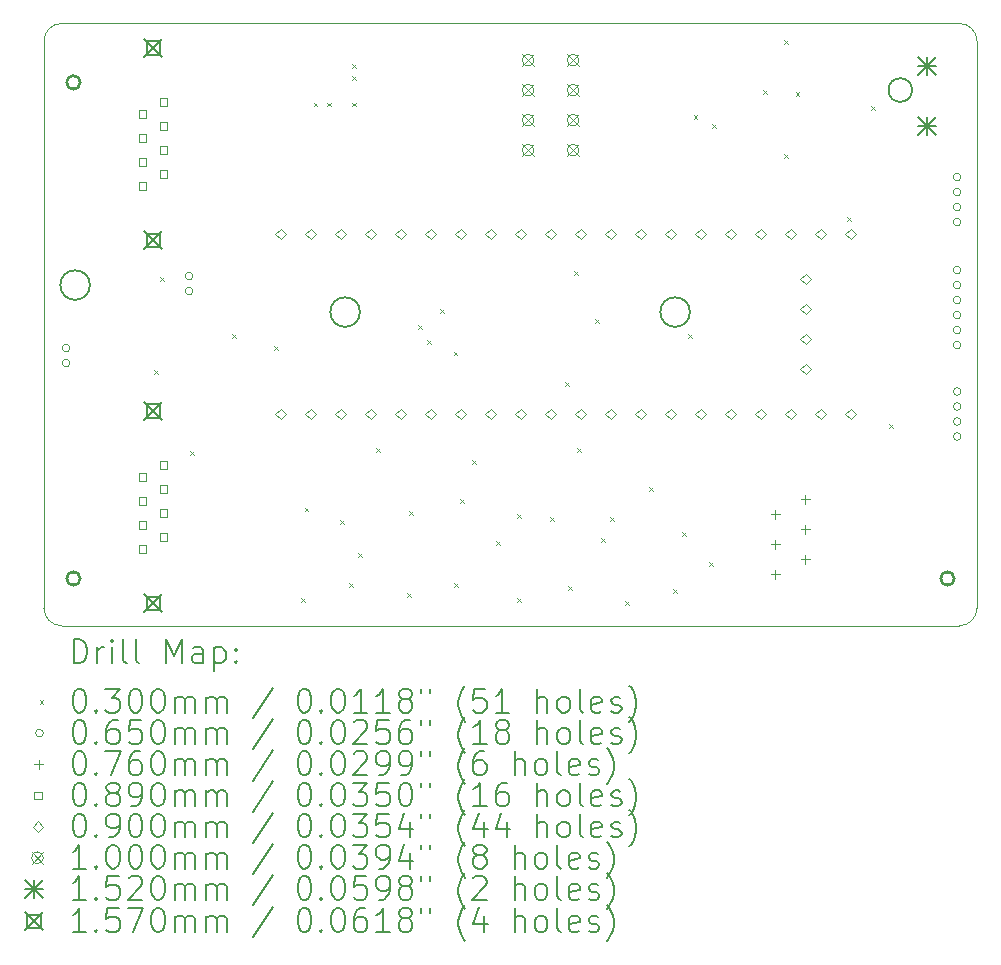
<source format=gbr>
%FSLAX45Y45*%
G04 Gerber Fmt 4.5, Leading zero omitted, Abs format (unit mm)*
G04 Created by KiCad (PCBNEW (6.0.0)) date 2022-01-07 11:58:41*
%MOMM*%
%LPD*%
G01*
G04 APERTURE LIST*
%TA.AperFunction,Profile*%
%ADD10C,0.100000*%
%TD*%
%TA.AperFunction,Profile*%
%ADD11C,0.200000*%
%TD*%
%TA.AperFunction,Profile*%
%ADD12C,0.249000*%
%TD*%
%ADD13C,0.200000*%
%ADD14C,0.030000*%
%ADD15C,0.065000*%
%ADD16C,0.076000*%
%ADD17C,0.089000*%
%ADD18C,0.090000*%
%ADD19C,0.100000*%
%ADD20C,0.152000*%
%ADD21C,0.157000*%
G04 APERTURE END LIST*
D10*
X10300000Y-6700000D02*
G75*
G03*
X10150000Y-6850000I0J-150000D01*
G01*
X10150000Y-6850000D02*
X10150000Y-11650000D01*
D11*
X10539000Y-8915400D02*
G75*
G03*
X10539000Y-8915400I-125000J0D01*
G01*
D10*
X18050000Y-11650000D02*
X18050000Y-6850000D01*
X17900000Y-6700000D02*
X10300000Y-6700000D01*
X10300000Y-11800000D02*
X17900000Y-11800000D01*
D12*
X17857600Y-11400000D02*
G75*
G03*
X17857600Y-11400000I-57600J0D01*
G01*
D10*
X10150000Y-11650000D02*
G75*
G03*
X10300000Y-11800000I150000J0D01*
G01*
D11*
X15619000Y-9144000D02*
G75*
G03*
X15619000Y-9144000I-125000J0D01*
G01*
X17500600Y-7264400D02*
G75*
G03*
X17500600Y-7264400I-100000J0D01*
G01*
X12825000Y-9144000D02*
G75*
G03*
X12825000Y-9144000I-125000J0D01*
G01*
D12*
X10457600Y-7200000D02*
G75*
G03*
X10457600Y-7200000I-57600J0D01*
G01*
D10*
X18050000Y-6850000D02*
G75*
G03*
X17900000Y-6700000I-150000J0D01*
G01*
D12*
X10457600Y-11400000D02*
G75*
G03*
X10457600Y-11400000I-57600J0D01*
G01*
D10*
X17900000Y-11800000D02*
G75*
G03*
X18050000Y-11650000I0J150000D01*
G01*
D13*
D14*
X11084800Y-9637000D02*
X11114800Y-9667000D01*
X11114800Y-9637000D02*
X11084800Y-9667000D01*
X11135600Y-8849600D02*
X11165600Y-8879600D01*
X11165600Y-8849600D02*
X11135600Y-8879600D01*
X11389600Y-10321550D02*
X11419600Y-10351550D01*
X11419600Y-10321550D02*
X11389600Y-10351550D01*
X11745200Y-9332200D02*
X11775200Y-9362200D01*
X11775200Y-9332200D02*
X11745200Y-9362200D01*
X12100800Y-9433800D02*
X12130800Y-9463800D01*
X12130800Y-9433800D02*
X12100800Y-9463800D01*
X12329400Y-11567400D02*
X12359400Y-11597400D01*
X12359400Y-11567400D02*
X12329400Y-11597400D01*
X12358500Y-10801700D02*
X12388500Y-10831700D01*
X12388500Y-10801700D02*
X12358500Y-10831700D01*
X12436002Y-7371398D02*
X12466002Y-7401398D01*
X12466002Y-7371398D02*
X12436002Y-7401398D01*
X12548861Y-7371398D02*
X12578861Y-7401398D01*
X12578861Y-7371398D02*
X12548861Y-7401398D01*
X12659600Y-10907000D02*
X12689600Y-10937000D01*
X12689600Y-10907000D02*
X12659600Y-10937000D01*
X12735800Y-11440400D02*
X12765800Y-11470400D01*
X12765800Y-11440400D02*
X12735800Y-11470400D01*
X12761200Y-7046200D02*
X12791200Y-7076200D01*
X12791200Y-7046200D02*
X12761200Y-7076200D01*
X12761200Y-7147800D02*
X12791200Y-7177800D01*
X12791200Y-7147800D02*
X12761200Y-7177800D01*
X12761200Y-7372200D02*
X12791200Y-7402200D01*
X12791200Y-7372200D02*
X12761200Y-7402200D01*
X12812000Y-11186400D02*
X12842000Y-11216400D01*
X12842000Y-11186400D02*
X12812000Y-11216400D01*
X12964400Y-10298650D02*
X12994400Y-10328650D01*
X12994400Y-10298650D02*
X12964400Y-10328650D01*
X13227300Y-11525500D02*
X13257300Y-11555500D01*
X13257300Y-11525500D02*
X13227300Y-11555500D01*
X13243800Y-10830800D02*
X13273800Y-10860800D01*
X13273800Y-10830800D02*
X13243800Y-10860800D01*
X13320000Y-9256000D02*
X13350000Y-9286000D01*
X13350000Y-9256000D02*
X13320000Y-9286000D01*
X13396200Y-9383000D02*
X13426200Y-9413000D01*
X13426200Y-9383000D02*
X13396200Y-9413000D01*
X13506534Y-9120266D02*
X13536534Y-9150266D01*
X13536534Y-9120266D02*
X13506534Y-9150266D01*
X13620200Y-9480000D02*
X13650200Y-9510000D01*
X13650200Y-9480000D02*
X13620200Y-9510000D01*
X13624800Y-11440400D02*
X13654800Y-11470400D01*
X13654800Y-11440400D02*
X13624800Y-11470400D01*
X13675600Y-10729200D02*
X13705600Y-10759200D01*
X13705600Y-10729200D02*
X13675600Y-10759200D01*
X13777200Y-10399000D02*
X13807200Y-10429000D01*
X13807200Y-10399000D02*
X13777200Y-10429000D01*
X13980400Y-11084800D02*
X14010400Y-11114800D01*
X14010400Y-11084800D02*
X13980400Y-11114800D01*
X14158200Y-10856200D02*
X14188200Y-10886200D01*
X14188200Y-10856200D02*
X14158200Y-10886200D01*
X14158200Y-11567400D02*
X14188200Y-11597400D01*
X14188200Y-11567400D02*
X14158200Y-11597400D01*
X14437600Y-10881600D02*
X14467600Y-10911600D01*
X14467600Y-10881600D02*
X14437600Y-10911600D01*
X14564600Y-9738600D02*
X14594600Y-9768600D01*
X14594600Y-9738600D02*
X14564600Y-9768600D01*
X14590000Y-11465800D02*
X14620000Y-11495800D01*
X14620000Y-11465800D02*
X14590000Y-11495800D01*
X14640800Y-8798800D02*
X14670800Y-8828800D01*
X14670800Y-8798800D02*
X14640800Y-8828800D01*
X14666200Y-10297400D02*
X14696200Y-10327400D01*
X14696200Y-10297400D02*
X14666200Y-10327400D01*
X14818600Y-9205200D02*
X14848600Y-9235200D01*
X14848600Y-9205200D02*
X14818600Y-9235200D01*
X14869400Y-11059400D02*
X14899400Y-11089400D01*
X14899400Y-11059400D02*
X14869400Y-11089400D01*
X14945600Y-10881600D02*
X14975600Y-10911600D01*
X14975600Y-10881600D02*
X14945600Y-10911600D01*
X15072600Y-11592800D02*
X15102600Y-11622800D01*
X15102600Y-11592800D02*
X15072600Y-11622800D01*
X15275800Y-10627600D02*
X15305800Y-10657600D01*
X15305800Y-10627600D02*
X15275800Y-10657600D01*
X15479000Y-11491200D02*
X15509000Y-11521200D01*
X15509000Y-11491200D02*
X15479000Y-11521200D01*
X15555200Y-11008600D02*
X15585200Y-11038600D01*
X15585200Y-11008600D02*
X15555200Y-11038600D01*
X15606000Y-9332200D02*
X15636000Y-9362200D01*
X15636000Y-9332200D02*
X15606000Y-9362200D01*
X15652761Y-7479317D02*
X15682761Y-7509317D01*
X15682761Y-7479317D02*
X15652761Y-7509317D01*
X15783800Y-11262600D02*
X15813800Y-11292600D01*
X15813800Y-11262600D02*
X15783800Y-11292600D01*
X15809200Y-7554200D02*
X15839200Y-7584200D01*
X15839200Y-7554200D02*
X15809200Y-7584200D01*
X16240788Y-7268150D02*
X16270788Y-7298150D01*
X16270788Y-7268150D02*
X16240788Y-7298150D01*
X16418800Y-6843000D02*
X16448800Y-6873000D01*
X16448800Y-6843000D02*
X16418800Y-6873000D01*
X16418800Y-7808200D02*
X16448800Y-7838200D01*
X16448800Y-7808200D02*
X16418800Y-7838200D01*
X16516066Y-7280650D02*
X16546066Y-7310650D01*
X16546066Y-7280650D02*
X16516066Y-7310650D01*
X16952200Y-8341600D02*
X16982200Y-8371600D01*
X16982200Y-8341600D02*
X16952200Y-8371600D01*
X17155400Y-7401800D02*
X17185400Y-7431800D01*
X17185400Y-7401800D02*
X17155400Y-7431800D01*
X17307800Y-10094200D02*
X17337800Y-10124200D01*
X17337800Y-10094200D02*
X17307800Y-10124200D01*
D15*
X10370300Y-9448800D02*
G75*
G03*
X10370300Y-9448800I-32500J0D01*
G01*
X10370300Y-9575800D02*
G75*
G03*
X10370300Y-9575800I-32500J0D01*
G01*
X11411700Y-8839200D02*
G75*
G03*
X11411700Y-8839200I-32500J0D01*
G01*
X11411700Y-8966200D02*
G75*
G03*
X11411700Y-8966200I-32500J0D01*
G01*
X17914100Y-8001000D02*
G75*
G03*
X17914100Y-8001000I-32500J0D01*
G01*
X17914100Y-8128000D02*
G75*
G03*
X17914100Y-8128000I-32500J0D01*
G01*
X17914100Y-8255000D02*
G75*
G03*
X17914100Y-8255000I-32500J0D01*
G01*
X17914100Y-8382000D02*
G75*
G03*
X17914100Y-8382000I-32500J0D01*
G01*
X17914100Y-8788400D02*
G75*
G03*
X17914100Y-8788400I-32500J0D01*
G01*
X17914100Y-8915400D02*
G75*
G03*
X17914100Y-8915400I-32500J0D01*
G01*
X17914100Y-9042400D02*
G75*
G03*
X17914100Y-9042400I-32500J0D01*
G01*
X17914100Y-9169400D02*
G75*
G03*
X17914100Y-9169400I-32500J0D01*
G01*
X17914100Y-9296400D02*
G75*
G03*
X17914100Y-9296400I-32500J0D01*
G01*
X17914100Y-9423400D02*
G75*
G03*
X17914100Y-9423400I-32500J0D01*
G01*
X17914100Y-9817600D02*
G75*
G03*
X17914100Y-9817600I-32500J0D01*
G01*
X17914100Y-9944600D02*
G75*
G03*
X17914100Y-9944600I-32500J0D01*
G01*
X17914100Y-10071600D02*
G75*
G03*
X17914100Y-10071600I-32500J0D01*
G01*
X17914100Y-10198600D02*
G75*
G03*
X17914100Y-10198600I-32500J0D01*
G01*
D16*
X16342600Y-10820000D02*
X16342600Y-10896000D01*
X16304600Y-10858000D02*
X16380600Y-10858000D01*
X16342600Y-11074000D02*
X16342600Y-11150000D01*
X16304600Y-11112000D02*
X16380600Y-11112000D01*
X16342600Y-11328000D02*
X16342600Y-11404000D01*
X16304600Y-11366000D02*
X16380600Y-11366000D01*
X16596600Y-10693000D02*
X16596600Y-10769000D01*
X16558600Y-10731000D02*
X16634600Y-10731000D01*
X16596600Y-10947000D02*
X16596600Y-11023000D01*
X16558600Y-10985000D02*
X16634600Y-10985000D01*
X16596600Y-11201000D02*
X16596600Y-11277000D01*
X16558600Y-11239000D02*
X16634600Y-11239000D01*
D17*
X11016767Y-7499467D02*
X11016767Y-7436533D01*
X10953833Y-7436533D01*
X10953833Y-7499467D01*
X11016767Y-7499467D01*
X11016767Y-7702667D02*
X11016767Y-7639733D01*
X10953833Y-7639733D01*
X10953833Y-7702667D01*
X11016767Y-7702667D01*
X11016767Y-7905867D02*
X11016767Y-7842933D01*
X10953833Y-7842933D01*
X10953833Y-7905867D01*
X11016767Y-7905867D01*
X11016767Y-8109067D02*
X11016767Y-8046133D01*
X10953833Y-8046133D01*
X10953833Y-8109067D01*
X11016767Y-8109067D01*
X11016767Y-10572867D02*
X11016767Y-10509933D01*
X10953833Y-10509933D01*
X10953833Y-10572867D01*
X11016767Y-10572867D01*
X11016767Y-10776067D02*
X11016767Y-10713133D01*
X10953833Y-10713133D01*
X10953833Y-10776067D01*
X11016767Y-10776067D01*
X11016767Y-10979267D02*
X11016767Y-10916333D01*
X10953833Y-10916333D01*
X10953833Y-10979267D01*
X11016767Y-10979267D01*
X11016767Y-11182467D02*
X11016767Y-11119533D01*
X10953833Y-11119533D01*
X10953833Y-11182467D01*
X11016767Y-11182467D01*
X11194767Y-7397867D02*
X11194767Y-7334933D01*
X11131833Y-7334933D01*
X11131833Y-7397867D01*
X11194767Y-7397867D01*
X11194767Y-7601067D02*
X11194767Y-7538133D01*
X11131833Y-7538133D01*
X11131833Y-7601067D01*
X11194767Y-7601067D01*
X11194767Y-7804267D02*
X11194767Y-7741333D01*
X11131833Y-7741333D01*
X11131833Y-7804267D01*
X11194767Y-7804267D01*
X11194767Y-8007467D02*
X11194767Y-7944533D01*
X11131833Y-7944533D01*
X11131833Y-8007467D01*
X11194767Y-8007467D01*
X11194767Y-10471267D02*
X11194767Y-10408333D01*
X11131833Y-10408333D01*
X11131833Y-10471267D01*
X11194767Y-10471267D01*
X11194767Y-10674467D02*
X11194767Y-10611533D01*
X11131833Y-10611533D01*
X11131833Y-10674467D01*
X11194767Y-10674467D01*
X11194767Y-10877667D02*
X11194767Y-10814733D01*
X11131833Y-10814733D01*
X11131833Y-10877667D01*
X11194767Y-10877667D01*
X11194767Y-11080867D02*
X11194767Y-11017933D01*
X11131833Y-11017933D01*
X11131833Y-11080867D01*
X11194767Y-11080867D01*
D18*
X12153900Y-8528600D02*
X12198900Y-8483600D01*
X12153900Y-8438600D01*
X12108900Y-8483600D01*
X12153900Y-8528600D01*
X12153900Y-10052600D02*
X12198900Y-10007600D01*
X12153900Y-9962600D01*
X12108900Y-10007600D01*
X12153900Y-10052600D01*
X12407900Y-8528600D02*
X12452900Y-8483600D01*
X12407900Y-8438600D01*
X12362900Y-8483600D01*
X12407900Y-8528600D01*
X12407900Y-10052600D02*
X12452900Y-10007600D01*
X12407900Y-9962600D01*
X12362900Y-10007600D01*
X12407900Y-10052600D01*
X12661900Y-8528600D02*
X12706900Y-8483600D01*
X12661900Y-8438600D01*
X12616900Y-8483600D01*
X12661900Y-8528600D01*
X12661900Y-10052600D02*
X12706900Y-10007600D01*
X12661900Y-9962600D01*
X12616900Y-10007600D01*
X12661900Y-10052600D01*
X12915900Y-8528600D02*
X12960900Y-8483600D01*
X12915900Y-8438600D01*
X12870900Y-8483600D01*
X12915900Y-8528600D01*
X12915900Y-10052600D02*
X12960900Y-10007600D01*
X12915900Y-9962600D01*
X12870900Y-10007600D01*
X12915900Y-10052600D01*
X13169900Y-8528600D02*
X13214900Y-8483600D01*
X13169900Y-8438600D01*
X13124900Y-8483600D01*
X13169900Y-8528600D01*
X13169900Y-10052600D02*
X13214900Y-10007600D01*
X13169900Y-9962600D01*
X13124900Y-10007600D01*
X13169900Y-10052600D01*
X13423900Y-8528600D02*
X13468900Y-8483600D01*
X13423900Y-8438600D01*
X13378900Y-8483600D01*
X13423900Y-8528600D01*
X13423900Y-10052600D02*
X13468900Y-10007600D01*
X13423900Y-9962600D01*
X13378900Y-10007600D01*
X13423900Y-10052600D01*
X13677900Y-8528600D02*
X13722900Y-8483600D01*
X13677900Y-8438600D01*
X13632900Y-8483600D01*
X13677900Y-8528600D01*
X13677900Y-10052600D02*
X13722900Y-10007600D01*
X13677900Y-9962600D01*
X13632900Y-10007600D01*
X13677900Y-10052600D01*
X13931900Y-8528600D02*
X13976900Y-8483600D01*
X13931900Y-8438600D01*
X13886900Y-8483600D01*
X13931900Y-8528600D01*
X13931900Y-10052600D02*
X13976900Y-10007600D01*
X13931900Y-9962600D01*
X13886900Y-10007600D01*
X13931900Y-10052600D01*
X14185900Y-8528600D02*
X14230900Y-8483600D01*
X14185900Y-8438600D01*
X14140900Y-8483600D01*
X14185900Y-8528600D01*
X14185900Y-10052600D02*
X14230900Y-10007600D01*
X14185900Y-9962600D01*
X14140900Y-10007600D01*
X14185900Y-10052600D01*
X14439900Y-8528600D02*
X14484900Y-8483600D01*
X14439900Y-8438600D01*
X14394900Y-8483600D01*
X14439900Y-8528600D01*
X14439900Y-10052600D02*
X14484900Y-10007600D01*
X14439900Y-9962600D01*
X14394900Y-10007600D01*
X14439900Y-10052600D01*
X14693900Y-8528600D02*
X14738900Y-8483600D01*
X14693900Y-8438600D01*
X14648900Y-8483600D01*
X14693900Y-8528600D01*
X14693900Y-10052600D02*
X14738900Y-10007600D01*
X14693900Y-9962600D01*
X14648900Y-10007600D01*
X14693900Y-10052600D01*
X14947900Y-8528600D02*
X14992900Y-8483600D01*
X14947900Y-8438600D01*
X14902900Y-8483600D01*
X14947900Y-8528600D01*
X14947900Y-10052600D02*
X14992900Y-10007600D01*
X14947900Y-9962600D01*
X14902900Y-10007600D01*
X14947900Y-10052600D01*
X15201900Y-8528600D02*
X15246900Y-8483600D01*
X15201900Y-8438600D01*
X15156900Y-8483600D01*
X15201900Y-8528600D01*
X15201900Y-10052600D02*
X15246900Y-10007600D01*
X15201900Y-9962600D01*
X15156900Y-10007600D01*
X15201900Y-10052600D01*
X15455900Y-8528600D02*
X15500900Y-8483600D01*
X15455900Y-8438600D01*
X15410900Y-8483600D01*
X15455900Y-8528600D01*
X15455900Y-10052600D02*
X15500900Y-10007600D01*
X15455900Y-9962600D01*
X15410900Y-10007600D01*
X15455900Y-10052600D01*
X15709900Y-8528600D02*
X15754900Y-8483600D01*
X15709900Y-8438600D01*
X15664900Y-8483600D01*
X15709900Y-8528600D01*
X15709900Y-10052600D02*
X15754900Y-10007600D01*
X15709900Y-9962600D01*
X15664900Y-10007600D01*
X15709900Y-10052600D01*
X15963900Y-8528600D02*
X16008900Y-8483600D01*
X15963900Y-8438600D01*
X15918900Y-8483600D01*
X15963900Y-8528600D01*
X15963900Y-10052600D02*
X16008900Y-10007600D01*
X15963900Y-9962600D01*
X15918900Y-10007600D01*
X15963900Y-10052600D01*
X16217900Y-8528600D02*
X16262900Y-8483600D01*
X16217900Y-8438600D01*
X16172900Y-8483600D01*
X16217900Y-8528600D01*
X16217900Y-10052600D02*
X16262900Y-10007600D01*
X16217900Y-9962600D01*
X16172900Y-10007600D01*
X16217900Y-10052600D01*
X16471900Y-8528600D02*
X16516900Y-8483600D01*
X16471900Y-8438600D01*
X16426900Y-8483600D01*
X16471900Y-8528600D01*
X16471900Y-10052600D02*
X16516900Y-10007600D01*
X16471900Y-9962600D01*
X16426900Y-10007600D01*
X16471900Y-10052600D01*
X16598900Y-8909600D02*
X16643900Y-8864600D01*
X16598900Y-8819600D01*
X16553900Y-8864600D01*
X16598900Y-8909600D01*
X16598900Y-9163600D02*
X16643900Y-9118600D01*
X16598900Y-9073600D01*
X16553900Y-9118600D01*
X16598900Y-9163600D01*
X16598900Y-9417600D02*
X16643900Y-9372600D01*
X16598900Y-9327600D01*
X16553900Y-9372600D01*
X16598900Y-9417600D01*
X16598900Y-9671600D02*
X16643900Y-9626600D01*
X16598900Y-9581600D01*
X16553900Y-9626600D01*
X16598900Y-9671600D01*
X16725900Y-8528600D02*
X16770900Y-8483600D01*
X16725900Y-8438600D01*
X16680900Y-8483600D01*
X16725900Y-8528600D01*
X16725900Y-10052600D02*
X16770900Y-10007600D01*
X16725900Y-9962600D01*
X16680900Y-10007600D01*
X16725900Y-10052600D01*
X16979900Y-8528600D02*
X17024900Y-8483600D01*
X16979900Y-8438600D01*
X16934900Y-8483600D01*
X16979900Y-8528600D01*
X16979900Y-10052600D02*
X17024900Y-10007600D01*
X16979900Y-9962600D01*
X16934900Y-10007600D01*
X16979900Y-10052600D01*
D19*
X14199400Y-6961400D02*
X14299400Y-7061400D01*
X14299400Y-6961400D02*
X14199400Y-7061400D01*
X14299400Y-7011400D02*
G75*
G03*
X14299400Y-7011400I-50000J0D01*
G01*
X14199400Y-7215400D02*
X14299400Y-7315400D01*
X14299400Y-7215400D02*
X14199400Y-7315400D01*
X14299400Y-7265400D02*
G75*
G03*
X14299400Y-7265400I-50000J0D01*
G01*
X14199400Y-7469400D02*
X14299400Y-7569400D01*
X14299400Y-7469400D02*
X14199400Y-7569400D01*
X14299400Y-7519400D02*
G75*
G03*
X14299400Y-7519400I-50000J0D01*
G01*
X14199400Y-7723400D02*
X14299400Y-7823400D01*
X14299400Y-7723400D02*
X14199400Y-7823400D01*
X14299400Y-7773400D02*
G75*
G03*
X14299400Y-7773400I-50000J0D01*
G01*
X14580400Y-6961400D02*
X14680400Y-7061400D01*
X14680400Y-6961400D02*
X14580400Y-7061400D01*
X14680400Y-7011400D02*
G75*
G03*
X14680400Y-7011400I-50000J0D01*
G01*
X14580400Y-7215400D02*
X14680400Y-7315400D01*
X14680400Y-7215400D02*
X14580400Y-7315400D01*
X14680400Y-7265400D02*
G75*
G03*
X14680400Y-7265400I-50000J0D01*
G01*
X14580400Y-7469400D02*
X14680400Y-7569400D01*
X14680400Y-7469400D02*
X14580400Y-7569400D01*
X14680400Y-7519400D02*
G75*
G03*
X14680400Y-7519400I-50000J0D01*
G01*
X14580400Y-7723400D02*
X14680400Y-7823400D01*
X14680400Y-7723400D02*
X14580400Y-7823400D01*
X14680400Y-7773400D02*
G75*
G03*
X14680400Y-7773400I-50000J0D01*
G01*
D20*
X17551600Y-6985200D02*
X17703600Y-7137200D01*
X17703600Y-6985200D02*
X17551600Y-7137200D01*
X17627600Y-6985200D02*
X17627600Y-7137200D01*
X17551600Y-7061200D02*
X17703600Y-7061200D01*
X17551600Y-7493200D02*
X17703600Y-7645200D01*
X17703600Y-7493200D02*
X17551600Y-7645200D01*
X17627600Y-7493200D02*
X17627600Y-7645200D01*
X17551600Y-7569200D02*
X17703600Y-7569200D01*
D21*
X10995800Y-6830100D02*
X11152800Y-6987100D01*
X11152800Y-6830100D02*
X10995800Y-6987100D01*
X11129808Y-6964108D02*
X11129808Y-6853092D01*
X11018792Y-6853092D01*
X11018792Y-6964108D01*
X11129808Y-6964108D01*
X10995800Y-8456100D02*
X11152800Y-8613100D01*
X11152800Y-8456100D02*
X10995800Y-8613100D01*
X11129808Y-8590108D02*
X11129808Y-8479092D01*
X11018792Y-8479092D01*
X11018792Y-8590108D01*
X11129808Y-8590108D01*
X10995800Y-9903500D02*
X11152800Y-10060500D01*
X11152800Y-9903500D02*
X10995800Y-10060500D01*
X11129808Y-10037508D02*
X11129808Y-9926492D01*
X11018792Y-9926492D01*
X11018792Y-10037508D01*
X11129808Y-10037508D01*
X10995800Y-11529500D02*
X11152800Y-11686500D01*
X11152800Y-11529500D02*
X10995800Y-11686500D01*
X11129808Y-11663508D02*
X11129808Y-11552492D01*
X11018792Y-11552492D01*
X11018792Y-11663508D01*
X11129808Y-11663508D01*
D13*
X10402619Y-12115476D02*
X10402619Y-11915476D01*
X10450238Y-11915476D01*
X10478810Y-11925000D01*
X10497857Y-11944048D01*
X10507381Y-11963095D01*
X10516905Y-12001190D01*
X10516905Y-12029762D01*
X10507381Y-12067857D01*
X10497857Y-12086905D01*
X10478810Y-12105952D01*
X10450238Y-12115476D01*
X10402619Y-12115476D01*
X10602619Y-12115476D02*
X10602619Y-11982143D01*
X10602619Y-12020238D02*
X10612143Y-12001190D01*
X10621667Y-11991667D01*
X10640714Y-11982143D01*
X10659762Y-11982143D01*
X10726429Y-12115476D02*
X10726429Y-11982143D01*
X10726429Y-11915476D02*
X10716905Y-11925000D01*
X10726429Y-11934524D01*
X10735952Y-11925000D01*
X10726429Y-11915476D01*
X10726429Y-11934524D01*
X10850238Y-12115476D02*
X10831190Y-12105952D01*
X10821667Y-12086905D01*
X10821667Y-11915476D01*
X10955000Y-12115476D02*
X10935952Y-12105952D01*
X10926429Y-12086905D01*
X10926429Y-11915476D01*
X11183571Y-12115476D02*
X11183571Y-11915476D01*
X11250238Y-12058333D01*
X11316905Y-11915476D01*
X11316905Y-12115476D01*
X11497857Y-12115476D02*
X11497857Y-12010714D01*
X11488333Y-11991667D01*
X11469286Y-11982143D01*
X11431190Y-11982143D01*
X11412143Y-11991667D01*
X11497857Y-12105952D02*
X11478809Y-12115476D01*
X11431190Y-12115476D01*
X11412143Y-12105952D01*
X11402619Y-12086905D01*
X11402619Y-12067857D01*
X11412143Y-12048809D01*
X11431190Y-12039286D01*
X11478809Y-12039286D01*
X11497857Y-12029762D01*
X11593095Y-11982143D02*
X11593095Y-12182143D01*
X11593095Y-11991667D02*
X11612143Y-11982143D01*
X11650238Y-11982143D01*
X11669286Y-11991667D01*
X11678809Y-12001190D01*
X11688333Y-12020238D01*
X11688333Y-12077381D01*
X11678809Y-12096428D01*
X11669286Y-12105952D01*
X11650238Y-12115476D01*
X11612143Y-12115476D01*
X11593095Y-12105952D01*
X11774048Y-12096428D02*
X11783571Y-12105952D01*
X11774048Y-12115476D01*
X11764524Y-12105952D01*
X11774048Y-12096428D01*
X11774048Y-12115476D01*
X11774048Y-11991667D02*
X11783571Y-12001190D01*
X11774048Y-12010714D01*
X11764524Y-12001190D01*
X11774048Y-11991667D01*
X11774048Y-12010714D01*
D14*
X10115000Y-12430000D02*
X10145000Y-12460000D01*
X10145000Y-12430000D02*
X10115000Y-12460000D01*
D13*
X10440714Y-12335476D02*
X10459762Y-12335476D01*
X10478810Y-12345000D01*
X10488333Y-12354524D01*
X10497857Y-12373571D01*
X10507381Y-12411667D01*
X10507381Y-12459286D01*
X10497857Y-12497381D01*
X10488333Y-12516428D01*
X10478810Y-12525952D01*
X10459762Y-12535476D01*
X10440714Y-12535476D01*
X10421667Y-12525952D01*
X10412143Y-12516428D01*
X10402619Y-12497381D01*
X10393095Y-12459286D01*
X10393095Y-12411667D01*
X10402619Y-12373571D01*
X10412143Y-12354524D01*
X10421667Y-12345000D01*
X10440714Y-12335476D01*
X10593095Y-12516428D02*
X10602619Y-12525952D01*
X10593095Y-12535476D01*
X10583571Y-12525952D01*
X10593095Y-12516428D01*
X10593095Y-12535476D01*
X10669286Y-12335476D02*
X10793095Y-12335476D01*
X10726429Y-12411667D01*
X10755000Y-12411667D01*
X10774048Y-12421190D01*
X10783571Y-12430714D01*
X10793095Y-12449762D01*
X10793095Y-12497381D01*
X10783571Y-12516428D01*
X10774048Y-12525952D01*
X10755000Y-12535476D01*
X10697857Y-12535476D01*
X10678810Y-12525952D01*
X10669286Y-12516428D01*
X10916905Y-12335476D02*
X10935952Y-12335476D01*
X10955000Y-12345000D01*
X10964524Y-12354524D01*
X10974048Y-12373571D01*
X10983571Y-12411667D01*
X10983571Y-12459286D01*
X10974048Y-12497381D01*
X10964524Y-12516428D01*
X10955000Y-12525952D01*
X10935952Y-12535476D01*
X10916905Y-12535476D01*
X10897857Y-12525952D01*
X10888333Y-12516428D01*
X10878810Y-12497381D01*
X10869286Y-12459286D01*
X10869286Y-12411667D01*
X10878810Y-12373571D01*
X10888333Y-12354524D01*
X10897857Y-12345000D01*
X10916905Y-12335476D01*
X11107381Y-12335476D02*
X11126429Y-12335476D01*
X11145476Y-12345000D01*
X11155000Y-12354524D01*
X11164524Y-12373571D01*
X11174048Y-12411667D01*
X11174048Y-12459286D01*
X11164524Y-12497381D01*
X11155000Y-12516428D01*
X11145476Y-12525952D01*
X11126429Y-12535476D01*
X11107381Y-12535476D01*
X11088333Y-12525952D01*
X11078810Y-12516428D01*
X11069286Y-12497381D01*
X11059762Y-12459286D01*
X11059762Y-12411667D01*
X11069286Y-12373571D01*
X11078810Y-12354524D01*
X11088333Y-12345000D01*
X11107381Y-12335476D01*
X11259762Y-12535476D02*
X11259762Y-12402143D01*
X11259762Y-12421190D02*
X11269286Y-12411667D01*
X11288333Y-12402143D01*
X11316905Y-12402143D01*
X11335952Y-12411667D01*
X11345476Y-12430714D01*
X11345476Y-12535476D01*
X11345476Y-12430714D02*
X11355000Y-12411667D01*
X11374048Y-12402143D01*
X11402619Y-12402143D01*
X11421667Y-12411667D01*
X11431190Y-12430714D01*
X11431190Y-12535476D01*
X11526428Y-12535476D02*
X11526428Y-12402143D01*
X11526428Y-12421190D02*
X11535952Y-12411667D01*
X11555000Y-12402143D01*
X11583571Y-12402143D01*
X11602619Y-12411667D01*
X11612143Y-12430714D01*
X11612143Y-12535476D01*
X11612143Y-12430714D02*
X11621667Y-12411667D01*
X11640714Y-12402143D01*
X11669286Y-12402143D01*
X11688333Y-12411667D01*
X11697857Y-12430714D01*
X11697857Y-12535476D01*
X12088333Y-12325952D02*
X11916905Y-12583095D01*
X12345476Y-12335476D02*
X12364524Y-12335476D01*
X12383571Y-12345000D01*
X12393095Y-12354524D01*
X12402619Y-12373571D01*
X12412143Y-12411667D01*
X12412143Y-12459286D01*
X12402619Y-12497381D01*
X12393095Y-12516428D01*
X12383571Y-12525952D01*
X12364524Y-12535476D01*
X12345476Y-12535476D01*
X12326428Y-12525952D01*
X12316905Y-12516428D01*
X12307381Y-12497381D01*
X12297857Y-12459286D01*
X12297857Y-12411667D01*
X12307381Y-12373571D01*
X12316905Y-12354524D01*
X12326428Y-12345000D01*
X12345476Y-12335476D01*
X12497857Y-12516428D02*
X12507381Y-12525952D01*
X12497857Y-12535476D01*
X12488333Y-12525952D01*
X12497857Y-12516428D01*
X12497857Y-12535476D01*
X12631190Y-12335476D02*
X12650238Y-12335476D01*
X12669286Y-12345000D01*
X12678809Y-12354524D01*
X12688333Y-12373571D01*
X12697857Y-12411667D01*
X12697857Y-12459286D01*
X12688333Y-12497381D01*
X12678809Y-12516428D01*
X12669286Y-12525952D01*
X12650238Y-12535476D01*
X12631190Y-12535476D01*
X12612143Y-12525952D01*
X12602619Y-12516428D01*
X12593095Y-12497381D01*
X12583571Y-12459286D01*
X12583571Y-12411667D01*
X12593095Y-12373571D01*
X12602619Y-12354524D01*
X12612143Y-12345000D01*
X12631190Y-12335476D01*
X12888333Y-12535476D02*
X12774048Y-12535476D01*
X12831190Y-12535476D02*
X12831190Y-12335476D01*
X12812143Y-12364048D01*
X12793095Y-12383095D01*
X12774048Y-12392619D01*
X13078809Y-12535476D02*
X12964524Y-12535476D01*
X13021667Y-12535476D02*
X13021667Y-12335476D01*
X13002619Y-12364048D01*
X12983571Y-12383095D01*
X12964524Y-12392619D01*
X13193095Y-12421190D02*
X13174048Y-12411667D01*
X13164524Y-12402143D01*
X13155000Y-12383095D01*
X13155000Y-12373571D01*
X13164524Y-12354524D01*
X13174048Y-12345000D01*
X13193095Y-12335476D01*
X13231190Y-12335476D01*
X13250238Y-12345000D01*
X13259762Y-12354524D01*
X13269286Y-12373571D01*
X13269286Y-12383095D01*
X13259762Y-12402143D01*
X13250238Y-12411667D01*
X13231190Y-12421190D01*
X13193095Y-12421190D01*
X13174048Y-12430714D01*
X13164524Y-12440238D01*
X13155000Y-12459286D01*
X13155000Y-12497381D01*
X13164524Y-12516428D01*
X13174048Y-12525952D01*
X13193095Y-12535476D01*
X13231190Y-12535476D01*
X13250238Y-12525952D01*
X13259762Y-12516428D01*
X13269286Y-12497381D01*
X13269286Y-12459286D01*
X13259762Y-12440238D01*
X13250238Y-12430714D01*
X13231190Y-12421190D01*
X13345476Y-12335476D02*
X13345476Y-12373571D01*
X13421667Y-12335476D02*
X13421667Y-12373571D01*
X13716905Y-12611667D02*
X13707381Y-12602143D01*
X13688333Y-12573571D01*
X13678809Y-12554524D01*
X13669286Y-12525952D01*
X13659762Y-12478333D01*
X13659762Y-12440238D01*
X13669286Y-12392619D01*
X13678809Y-12364048D01*
X13688333Y-12345000D01*
X13707381Y-12316428D01*
X13716905Y-12306905D01*
X13888333Y-12335476D02*
X13793095Y-12335476D01*
X13783571Y-12430714D01*
X13793095Y-12421190D01*
X13812143Y-12411667D01*
X13859762Y-12411667D01*
X13878809Y-12421190D01*
X13888333Y-12430714D01*
X13897857Y-12449762D01*
X13897857Y-12497381D01*
X13888333Y-12516428D01*
X13878809Y-12525952D01*
X13859762Y-12535476D01*
X13812143Y-12535476D01*
X13793095Y-12525952D01*
X13783571Y-12516428D01*
X14088333Y-12535476D02*
X13974048Y-12535476D01*
X14031190Y-12535476D02*
X14031190Y-12335476D01*
X14012143Y-12364048D01*
X13993095Y-12383095D01*
X13974048Y-12392619D01*
X14326428Y-12535476D02*
X14326428Y-12335476D01*
X14412143Y-12535476D02*
X14412143Y-12430714D01*
X14402619Y-12411667D01*
X14383571Y-12402143D01*
X14355000Y-12402143D01*
X14335952Y-12411667D01*
X14326428Y-12421190D01*
X14535952Y-12535476D02*
X14516905Y-12525952D01*
X14507381Y-12516428D01*
X14497857Y-12497381D01*
X14497857Y-12440238D01*
X14507381Y-12421190D01*
X14516905Y-12411667D01*
X14535952Y-12402143D01*
X14564524Y-12402143D01*
X14583571Y-12411667D01*
X14593095Y-12421190D01*
X14602619Y-12440238D01*
X14602619Y-12497381D01*
X14593095Y-12516428D01*
X14583571Y-12525952D01*
X14564524Y-12535476D01*
X14535952Y-12535476D01*
X14716905Y-12535476D02*
X14697857Y-12525952D01*
X14688333Y-12506905D01*
X14688333Y-12335476D01*
X14869286Y-12525952D02*
X14850238Y-12535476D01*
X14812143Y-12535476D01*
X14793095Y-12525952D01*
X14783571Y-12506905D01*
X14783571Y-12430714D01*
X14793095Y-12411667D01*
X14812143Y-12402143D01*
X14850238Y-12402143D01*
X14869286Y-12411667D01*
X14878809Y-12430714D01*
X14878809Y-12449762D01*
X14783571Y-12468809D01*
X14955000Y-12525952D02*
X14974048Y-12535476D01*
X15012143Y-12535476D01*
X15031190Y-12525952D01*
X15040714Y-12506905D01*
X15040714Y-12497381D01*
X15031190Y-12478333D01*
X15012143Y-12468809D01*
X14983571Y-12468809D01*
X14964524Y-12459286D01*
X14955000Y-12440238D01*
X14955000Y-12430714D01*
X14964524Y-12411667D01*
X14983571Y-12402143D01*
X15012143Y-12402143D01*
X15031190Y-12411667D01*
X15107381Y-12611667D02*
X15116905Y-12602143D01*
X15135952Y-12573571D01*
X15145476Y-12554524D01*
X15155000Y-12525952D01*
X15164524Y-12478333D01*
X15164524Y-12440238D01*
X15155000Y-12392619D01*
X15145476Y-12364048D01*
X15135952Y-12345000D01*
X15116905Y-12316428D01*
X15107381Y-12306905D01*
D15*
X10145000Y-12709000D02*
G75*
G03*
X10145000Y-12709000I-32500J0D01*
G01*
D13*
X10440714Y-12599476D02*
X10459762Y-12599476D01*
X10478810Y-12609000D01*
X10488333Y-12618524D01*
X10497857Y-12637571D01*
X10507381Y-12675667D01*
X10507381Y-12723286D01*
X10497857Y-12761381D01*
X10488333Y-12780428D01*
X10478810Y-12789952D01*
X10459762Y-12799476D01*
X10440714Y-12799476D01*
X10421667Y-12789952D01*
X10412143Y-12780428D01*
X10402619Y-12761381D01*
X10393095Y-12723286D01*
X10393095Y-12675667D01*
X10402619Y-12637571D01*
X10412143Y-12618524D01*
X10421667Y-12609000D01*
X10440714Y-12599476D01*
X10593095Y-12780428D02*
X10602619Y-12789952D01*
X10593095Y-12799476D01*
X10583571Y-12789952D01*
X10593095Y-12780428D01*
X10593095Y-12799476D01*
X10774048Y-12599476D02*
X10735952Y-12599476D01*
X10716905Y-12609000D01*
X10707381Y-12618524D01*
X10688333Y-12647095D01*
X10678810Y-12685190D01*
X10678810Y-12761381D01*
X10688333Y-12780428D01*
X10697857Y-12789952D01*
X10716905Y-12799476D01*
X10755000Y-12799476D01*
X10774048Y-12789952D01*
X10783571Y-12780428D01*
X10793095Y-12761381D01*
X10793095Y-12713762D01*
X10783571Y-12694714D01*
X10774048Y-12685190D01*
X10755000Y-12675667D01*
X10716905Y-12675667D01*
X10697857Y-12685190D01*
X10688333Y-12694714D01*
X10678810Y-12713762D01*
X10974048Y-12599476D02*
X10878810Y-12599476D01*
X10869286Y-12694714D01*
X10878810Y-12685190D01*
X10897857Y-12675667D01*
X10945476Y-12675667D01*
X10964524Y-12685190D01*
X10974048Y-12694714D01*
X10983571Y-12713762D01*
X10983571Y-12761381D01*
X10974048Y-12780428D01*
X10964524Y-12789952D01*
X10945476Y-12799476D01*
X10897857Y-12799476D01*
X10878810Y-12789952D01*
X10869286Y-12780428D01*
X11107381Y-12599476D02*
X11126429Y-12599476D01*
X11145476Y-12609000D01*
X11155000Y-12618524D01*
X11164524Y-12637571D01*
X11174048Y-12675667D01*
X11174048Y-12723286D01*
X11164524Y-12761381D01*
X11155000Y-12780428D01*
X11145476Y-12789952D01*
X11126429Y-12799476D01*
X11107381Y-12799476D01*
X11088333Y-12789952D01*
X11078810Y-12780428D01*
X11069286Y-12761381D01*
X11059762Y-12723286D01*
X11059762Y-12675667D01*
X11069286Y-12637571D01*
X11078810Y-12618524D01*
X11088333Y-12609000D01*
X11107381Y-12599476D01*
X11259762Y-12799476D02*
X11259762Y-12666143D01*
X11259762Y-12685190D02*
X11269286Y-12675667D01*
X11288333Y-12666143D01*
X11316905Y-12666143D01*
X11335952Y-12675667D01*
X11345476Y-12694714D01*
X11345476Y-12799476D01*
X11345476Y-12694714D02*
X11355000Y-12675667D01*
X11374048Y-12666143D01*
X11402619Y-12666143D01*
X11421667Y-12675667D01*
X11431190Y-12694714D01*
X11431190Y-12799476D01*
X11526428Y-12799476D02*
X11526428Y-12666143D01*
X11526428Y-12685190D02*
X11535952Y-12675667D01*
X11555000Y-12666143D01*
X11583571Y-12666143D01*
X11602619Y-12675667D01*
X11612143Y-12694714D01*
X11612143Y-12799476D01*
X11612143Y-12694714D02*
X11621667Y-12675667D01*
X11640714Y-12666143D01*
X11669286Y-12666143D01*
X11688333Y-12675667D01*
X11697857Y-12694714D01*
X11697857Y-12799476D01*
X12088333Y-12589952D02*
X11916905Y-12847095D01*
X12345476Y-12599476D02*
X12364524Y-12599476D01*
X12383571Y-12609000D01*
X12393095Y-12618524D01*
X12402619Y-12637571D01*
X12412143Y-12675667D01*
X12412143Y-12723286D01*
X12402619Y-12761381D01*
X12393095Y-12780428D01*
X12383571Y-12789952D01*
X12364524Y-12799476D01*
X12345476Y-12799476D01*
X12326428Y-12789952D01*
X12316905Y-12780428D01*
X12307381Y-12761381D01*
X12297857Y-12723286D01*
X12297857Y-12675667D01*
X12307381Y-12637571D01*
X12316905Y-12618524D01*
X12326428Y-12609000D01*
X12345476Y-12599476D01*
X12497857Y-12780428D02*
X12507381Y-12789952D01*
X12497857Y-12799476D01*
X12488333Y-12789952D01*
X12497857Y-12780428D01*
X12497857Y-12799476D01*
X12631190Y-12599476D02*
X12650238Y-12599476D01*
X12669286Y-12609000D01*
X12678809Y-12618524D01*
X12688333Y-12637571D01*
X12697857Y-12675667D01*
X12697857Y-12723286D01*
X12688333Y-12761381D01*
X12678809Y-12780428D01*
X12669286Y-12789952D01*
X12650238Y-12799476D01*
X12631190Y-12799476D01*
X12612143Y-12789952D01*
X12602619Y-12780428D01*
X12593095Y-12761381D01*
X12583571Y-12723286D01*
X12583571Y-12675667D01*
X12593095Y-12637571D01*
X12602619Y-12618524D01*
X12612143Y-12609000D01*
X12631190Y-12599476D01*
X12774048Y-12618524D02*
X12783571Y-12609000D01*
X12802619Y-12599476D01*
X12850238Y-12599476D01*
X12869286Y-12609000D01*
X12878809Y-12618524D01*
X12888333Y-12637571D01*
X12888333Y-12656619D01*
X12878809Y-12685190D01*
X12764524Y-12799476D01*
X12888333Y-12799476D01*
X13069286Y-12599476D02*
X12974048Y-12599476D01*
X12964524Y-12694714D01*
X12974048Y-12685190D01*
X12993095Y-12675667D01*
X13040714Y-12675667D01*
X13059762Y-12685190D01*
X13069286Y-12694714D01*
X13078809Y-12713762D01*
X13078809Y-12761381D01*
X13069286Y-12780428D01*
X13059762Y-12789952D01*
X13040714Y-12799476D01*
X12993095Y-12799476D01*
X12974048Y-12789952D01*
X12964524Y-12780428D01*
X13250238Y-12599476D02*
X13212143Y-12599476D01*
X13193095Y-12609000D01*
X13183571Y-12618524D01*
X13164524Y-12647095D01*
X13155000Y-12685190D01*
X13155000Y-12761381D01*
X13164524Y-12780428D01*
X13174048Y-12789952D01*
X13193095Y-12799476D01*
X13231190Y-12799476D01*
X13250238Y-12789952D01*
X13259762Y-12780428D01*
X13269286Y-12761381D01*
X13269286Y-12713762D01*
X13259762Y-12694714D01*
X13250238Y-12685190D01*
X13231190Y-12675667D01*
X13193095Y-12675667D01*
X13174048Y-12685190D01*
X13164524Y-12694714D01*
X13155000Y-12713762D01*
X13345476Y-12599476D02*
X13345476Y-12637571D01*
X13421667Y-12599476D02*
X13421667Y-12637571D01*
X13716905Y-12875667D02*
X13707381Y-12866143D01*
X13688333Y-12837571D01*
X13678809Y-12818524D01*
X13669286Y-12789952D01*
X13659762Y-12742333D01*
X13659762Y-12704238D01*
X13669286Y-12656619D01*
X13678809Y-12628048D01*
X13688333Y-12609000D01*
X13707381Y-12580428D01*
X13716905Y-12570905D01*
X13897857Y-12799476D02*
X13783571Y-12799476D01*
X13840714Y-12799476D02*
X13840714Y-12599476D01*
X13821667Y-12628048D01*
X13802619Y-12647095D01*
X13783571Y-12656619D01*
X14012143Y-12685190D02*
X13993095Y-12675667D01*
X13983571Y-12666143D01*
X13974048Y-12647095D01*
X13974048Y-12637571D01*
X13983571Y-12618524D01*
X13993095Y-12609000D01*
X14012143Y-12599476D01*
X14050238Y-12599476D01*
X14069286Y-12609000D01*
X14078809Y-12618524D01*
X14088333Y-12637571D01*
X14088333Y-12647095D01*
X14078809Y-12666143D01*
X14069286Y-12675667D01*
X14050238Y-12685190D01*
X14012143Y-12685190D01*
X13993095Y-12694714D01*
X13983571Y-12704238D01*
X13974048Y-12723286D01*
X13974048Y-12761381D01*
X13983571Y-12780428D01*
X13993095Y-12789952D01*
X14012143Y-12799476D01*
X14050238Y-12799476D01*
X14069286Y-12789952D01*
X14078809Y-12780428D01*
X14088333Y-12761381D01*
X14088333Y-12723286D01*
X14078809Y-12704238D01*
X14069286Y-12694714D01*
X14050238Y-12685190D01*
X14326428Y-12799476D02*
X14326428Y-12599476D01*
X14412143Y-12799476D02*
X14412143Y-12694714D01*
X14402619Y-12675667D01*
X14383571Y-12666143D01*
X14355000Y-12666143D01*
X14335952Y-12675667D01*
X14326428Y-12685190D01*
X14535952Y-12799476D02*
X14516905Y-12789952D01*
X14507381Y-12780428D01*
X14497857Y-12761381D01*
X14497857Y-12704238D01*
X14507381Y-12685190D01*
X14516905Y-12675667D01*
X14535952Y-12666143D01*
X14564524Y-12666143D01*
X14583571Y-12675667D01*
X14593095Y-12685190D01*
X14602619Y-12704238D01*
X14602619Y-12761381D01*
X14593095Y-12780428D01*
X14583571Y-12789952D01*
X14564524Y-12799476D01*
X14535952Y-12799476D01*
X14716905Y-12799476D02*
X14697857Y-12789952D01*
X14688333Y-12770905D01*
X14688333Y-12599476D01*
X14869286Y-12789952D02*
X14850238Y-12799476D01*
X14812143Y-12799476D01*
X14793095Y-12789952D01*
X14783571Y-12770905D01*
X14783571Y-12694714D01*
X14793095Y-12675667D01*
X14812143Y-12666143D01*
X14850238Y-12666143D01*
X14869286Y-12675667D01*
X14878809Y-12694714D01*
X14878809Y-12713762D01*
X14783571Y-12732809D01*
X14955000Y-12789952D02*
X14974048Y-12799476D01*
X15012143Y-12799476D01*
X15031190Y-12789952D01*
X15040714Y-12770905D01*
X15040714Y-12761381D01*
X15031190Y-12742333D01*
X15012143Y-12732809D01*
X14983571Y-12732809D01*
X14964524Y-12723286D01*
X14955000Y-12704238D01*
X14955000Y-12694714D01*
X14964524Y-12675667D01*
X14983571Y-12666143D01*
X15012143Y-12666143D01*
X15031190Y-12675667D01*
X15107381Y-12875667D02*
X15116905Y-12866143D01*
X15135952Y-12837571D01*
X15145476Y-12818524D01*
X15155000Y-12789952D01*
X15164524Y-12742333D01*
X15164524Y-12704238D01*
X15155000Y-12656619D01*
X15145476Y-12628048D01*
X15135952Y-12609000D01*
X15116905Y-12580428D01*
X15107381Y-12570905D01*
D16*
X10107000Y-12935000D02*
X10107000Y-13011000D01*
X10069000Y-12973000D02*
X10145000Y-12973000D01*
D13*
X10440714Y-12863476D02*
X10459762Y-12863476D01*
X10478810Y-12873000D01*
X10488333Y-12882524D01*
X10497857Y-12901571D01*
X10507381Y-12939667D01*
X10507381Y-12987286D01*
X10497857Y-13025381D01*
X10488333Y-13044428D01*
X10478810Y-13053952D01*
X10459762Y-13063476D01*
X10440714Y-13063476D01*
X10421667Y-13053952D01*
X10412143Y-13044428D01*
X10402619Y-13025381D01*
X10393095Y-12987286D01*
X10393095Y-12939667D01*
X10402619Y-12901571D01*
X10412143Y-12882524D01*
X10421667Y-12873000D01*
X10440714Y-12863476D01*
X10593095Y-13044428D02*
X10602619Y-13053952D01*
X10593095Y-13063476D01*
X10583571Y-13053952D01*
X10593095Y-13044428D01*
X10593095Y-13063476D01*
X10669286Y-12863476D02*
X10802619Y-12863476D01*
X10716905Y-13063476D01*
X10964524Y-12863476D02*
X10926429Y-12863476D01*
X10907381Y-12873000D01*
X10897857Y-12882524D01*
X10878810Y-12911095D01*
X10869286Y-12949190D01*
X10869286Y-13025381D01*
X10878810Y-13044428D01*
X10888333Y-13053952D01*
X10907381Y-13063476D01*
X10945476Y-13063476D01*
X10964524Y-13053952D01*
X10974048Y-13044428D01*
X10983571Y-13025381D01*
X10983571Y-12977762D01*
X10974048Y-12958714D01*
X10964524Y-12949190D01*
X10945476Y-12939667D01*
X10907381Y-12939667D01*
X10888333Y-12949190D01*
X10878810Y-12958714D01*
X10869286Y-12977762D01*
X11107381Y-12863476D02*
X11126429Y-12863476D01*
X11145476Y-12873000D01*
X11155000Y-12882524D01*
X11164524Y-12901571D01*
X11174048Y-12939667D01*
X11174048Y-12987286D01*
X11164524Y-13025381D01*
X11155000Y-13044428D01*
X11145476Y-13053952D01*
X11126429Y-13063476D01*
X11107381Y-13063476D01*
X11088333Y-13053952D01*
X11078810Y-13044428D01*
X11069286Y-13025381D01*
X11059762Y-12987286D01*
X11059762Y-12939667D01*
X11069286Y-12901571D01*
X11078810Y-12882524D01*
X11088333Y-12873000D01*
X11107381Y-12863476D01*
X11259762Y-13063476D02*
X11259762Y-12930143D01*
X11259762Y-12949190D02*
X11269286Y-12939667D01*
X11288333Y-12930143D01*
X11316905Y-12930143D01*
X11335952Y-12939667D01*
X11345476Y-12958714D01*
X11345476Y-13063476D01*
X11345476Y-12958714D02*
X11355000Y-12939667D01*
X11374048Y-12930143D01*
X11402619Y-12930143D01*
X11421667Y-12939667D01*
X11431190Y-12958714D01*
X11431190Y-13063476D01*
X11526428Y-13063476D02*
X11526428Y-12930143D01*
X11526428Y-12949190D02*
X11535952Y-12939667D01*
X11555000Y-12930143D01*
X11583571Y-12930143D01*
X11602619Y-12939667D01*
X11612143Y-12958714D01*
X11612143Y-13063476D01*
X11612143Y-12958714D02*
X11621667Y-12939667D01*
X11640714Y-12930143D01*
X11669286Y-12930143D01*
X11688333Y-12939667D01*
X11697857Y-12958714D01*
X11697857Y-13063476D01*
X12088333Y-12853952D02*
X11916905Y-13111095D01*
X12345476Y-12863476D02*
X12364524Y-12863476D01*
X12383571Y-12873000D01*
X12393095Y-12882524D01*
X12402619Y-12901571D01*
X12412143Y-12939667D01*
X12412143Y-12987286D01*
X12402619Y-13025381D01*
X12393095Y-13044428D01*
X12383571Y-13053952D01*
X12364524Y-13063476D01*
X12345476Y-13063476D01*
X12326428Y-13053952D01*
X12316905Y-13044428D01*
X12307381Y-13025381D01*
X12297857Y-12987286D01*
X12297857Y-12939667D01*
X12307381Y-12901571D01*
X12316905Y-12882524D01*
X12326428Y-12873000D01*
X12345476Y-12863476D01*
X12497857Y-13044428D02*
X12507381Y-13053952D01*
X12497857Y-13063476D01*
X12488333Y-13053952D01*
X12497857Y-13044428D01*
X12497857Y-13063476D01*
X12631190Y-12863476D02*
X12650238Y-12863476D01*
X12669286Y-12873000D01*
X12678809Y-12882524D01*
X12688333Y-12901571D01*
X12697857Y-12939667D01*
X12697857Y-12987286D01*
X12688333Y-13025381D01*
X12678809Y-13044428D01*
X12669286Y-13053952D01*
X12650238Y-13063476D01*
X12631190Y-13063476D01*
X12612143Y-13053952D01*
X12602619Y-13044428D01*
X12593095Y-13025381D01*
X12583571Y-12987286D01*
X12583571Y-12939667D01*
X12593095Y-12901571D01*
X12602619Y-12882524D01*
X12612143Y-12873000D01*
X12631190Y-12863476D01*
X12774048Y-12882524D02*
X12783571Y-12873000D01*
X12802619Y-12863476D01*
X12850238Y-12863476D01*
X12869286Y-12873000D01*
X12878809Y-12882524D01*
X12888333Y-12901571D01*
X12888333Y-12920619D01*
X12878809Y-12949190D01*
X12764524Y-13063476D01*
X12888333Y-13063476D01*
X12983571Y-13063476D02*
X13021667Y-13063476D01*
X13040714Y-13053952D01*
X13050238Y-13044428D01*
X13069286Y-13015857D01*
X13078809Y-12977762D01*
X13078809Y-12901571D01*
X13069286Y-12882524D01*
X13059762Y-12873000D01*
X13040714Y-12863476D01*
X13002619Y-12863476D01*
X12983571Y-12873000D01*
X12974048Y-12882524D01*
X12964524Y-12901571D01*
X12964524Y-12949190D01*
X12974048Y-12968238D01*
X12983571Y-12977762D01*
X13002619Y-12987286D01*
X13040714Y-12987286D01*
X13059762Y-12977762D01*
X13069286Y-12968238D01*
X13078809Y-12949190D01*
X13174048Y-13063476D02*
X13212143Y-13063476D01*
X13231190Y-13053952D01*
X13240714Y-13044428D01*
X13259762Y-13015857D01*
X13269286Y-12977762D01*
X13269286Y-12901571D01*
X13259762Y-12882524D01*
X13250238Y-12873000D01*
X13231190Y-12863476D01*
X13193095Y-12863476D01*
X13174048Y-12873000D01*
X13164524Y-12882524D01*
X13155000Y-12901571D01*
X13155000Y-12949190D01*
X13164524Y-12968238D01*
X13174048Y-12977762D01*
X13193095Y-12987286D01*
X13231190Y-12987286D01*
X13250238Y-12977762D01*
X13259762Y-12968238D01*
X13269286Y-12949190D01*
X13345476Y-12863476D02*
X13345476Y-12901571D01*
X13421667Y-12863476D02*
X13421667Y-12901571D01*
X13716905Y-13139667D02*
X13707381Y-13130143D01*
X13688333Y-13101571D01*
X13678809Y-13082524D01*
X13669286Y-13053952D01*
X13659762Y-13006333D01*
X13659762Y-12968238D01*
X13669286Y-12920619D01*
X13678809Y-12892048D01*
X13688333Y-12873000D01*
X13707381Y-12844428D01*
X13716905Y-12834905D01*
X13878809Y-12863476D02*
X13840714Y-12863476D01*
X13821667Y-12873000D01*
X13812143Y-12882524D01*
X13793095Y-12911095D01*
X13783571Y-12949190D01*
X13783571Y-13025381D01*
X13793095Y-13044428D01*
X13802619Y-13053952D01*
X13821667Y-13063476D01*
X13859762Y-13063476D01*
X13878809Y-13053952D01*
X13888333Y-13044428D01*
X13897857Y-13025381D01*
X13897857Y-12977762D01*
X13888333Y-12958714D01*
X13878809Y-12949190D01*
X13859762Y-12939667D01*
X13821667Y-12939667D01*
X13802619Y-12949190D01*
X13793095Y-12958714D01*
X13783571Y-12977762D01*
X14135952Y-13063476D02*
X14135952Y-12863476D01*
X14221667Y-13063476D02*
X14221667Y-12958714D01*
X14212143Y-12939667D01*
X14193095Y-12930143D01*
X14164524Y-12930143D01*
X14145476Y-12939667D01*
X14135952Y-12949190D01*
X14345476Y-13063476D02*
X14326428Y-13053952D01*
X14316905Y-13044428D01*
X14307381Y-13025381D01*
X14307381Y-12968238D01*
X14316905Y-12949190D01*
X14326428Y-12939667D01*
X14345476Y-12930143D01*
X14374048Y-12930143D01*
X14393095Y-12939667D01*
X14402619Y-12949190D01*
X14412143Y-12968238D01*
X14412143Y-13025381D01*
X14402619Y-13044428D01*
X14393095Y-13053952D01*
X14374048Y-13063476D01*
X14345476Y-13063476D01*
X14526428Y-13063476D02*
X14507381Y-13053952D01*
X14497857Y-13034905D01*
X14497857Y-12863476D01*
X14678809Y-13053952D02*
X14659762Y-13063476D01*
X14621667Y-13063476D01*
X14602619Y-13053952D01*
X14593095Y-13034905D01*
X14593095Y-12958714D01*
X14602619Y-12939667D01*
X14621667Y-12930143D01*
X14659762Y-12930143D01*
X14678809Y-12939667D01*
X14688333Y-12958714D01*
X14688333Y-12977762D01*
X14593095Y-12996809D01*
X14764524Y-13053952D02*
X14783571Y-13063476D01*
X14821667Y-13063476D01*
X14840714Y-13053952D01*
X14850238Y-13034905D01*
X14850238Y-13025381D01*
X14840714Y-13006333D01*
X14821667Y-12996809D01*
X14793095Y-12996809D01*
X14774048Y-12987286D01*
X14764524Y-12968238D01*
X14764524Y-12958714D01*
X14774048Y-12939667D01*
X14793095Y-12930143D01*
X14821667Y-12930143D01*
X14840714Y-12939667D01*
X14916905Y-13139667D02*
X14926428Y-13130143D01*
X14945476Y-13101571D01*
X14955000Y-13082524D01*
X14964524Y-13053952D01*
X14974048Y-13006333D01*
X14974048Y-12968238D01*
X14964524Y-12920619D01*
X14955000Y-12892048D01*
X14945476Y-12873000D01*
X14926428Y-12844428D01*
X14916905Y-12834905D01*
D17*
X10131967Y-13268467D02*
X10131967Y-13205533D01*
X10069033Y-13205533D01*
X10069033Y-13268467D01*
X10131967Y-13268467D01*
D13*
X10440714Y-13127476D02*
X10459762Y-13127476D01*
X10478810Y-13137000D01*
X10488333Y-13146524D01*
X10497857Y-13165571D01*
X10507381Y-13203667D01*
X10507381Y-13251286D01*
X10497857Y-13289381D01*
X10488333Y-13308428D01*
X10478810Y-13317952D01*
X10459762Y-13327476D01*
X10440714Y-13327476D01*
X10421667Y-13317952D01*
X10412143Y-13308428D01*
X10402619Y-13289381D01*
X10393095Y-13251286D01*
X10393095Y-13203667D01*
X10402619Y-13165571D01*
X10412143Y-13146524D01*
X10421667Y-13137000D01*
X10440714Y-13127476D01*
X10593095Y-13308428D02*
X10602619Y-13317952D01*
X10593095Y-13327476D01*
X10583571Y-13317952D01*
X10593095Y-13308428D01*
X10593095Y-13327476D01*
X10716905Y-13213190D02*
X10697857Y-13203667D01*
X10688333Y-13194143D01*
X10678810Y-13175095D01*
X10678810Y-13165571D01*
X10688333Y-13146524D01*
X10697857Y-13137000D01*
X10716905Y-13127476D01*
X10755000Y-13127476D01*
X10774048Y-13137000D01*
X10783571Y-13146524D01*
X10793095Y-13165571D01*
X10793095Y-13175095D01*
X10783571Y-13194143D01*
X10774048Y-13203667D01*
X10755000Y-13213190D01*
X10716905Y-13213190D01*
X10697857Y-13222714D01*
X10688333Y-13232238D01*
X10678810Y-13251286D01*
X10678810Y-13289381D01*
X10688333Y-13308428D01*
X10697857Y-13317952D01*
X10716905Y-13327476D01*
X10755000Y-13327476D01*
X10774048Y-13317952D01*
X10783571Y-13308428D01*
X10793095Y-13289381D01*
X10793095Y-13251286D01*
X10783571Y-13232238D01*
X10774048Y-13222714D01*
X10755000Y-13213190D01*
X10888333Y-13327476D02*
X10926429Y-13327476D01*
X10945476Y-13317952D01*
X10955000Y-13308428D01*
X10974048Y-13279857D01*
X10983571Y-13241762D01*
X10983571Y-13165571D01*
X10974048Y-13146524D01*
X10964524Y-13137000D01*
X10945476Y-13127476D01*
X10907381Y-13127476D01*
X10888333Y-13137000D01*
X10878810Y-13146524D01*
X10869286Y-13165571D01*
X10869286Y-13213190D01*
X10878810Y-13232238D01*
X10888333Y-13241762D01*
X10907381Y-13251286D01*
X10945476Y-13251286D01*
X10964524Y-13241762D01*
X10974048Y-13232238D01*
X10983571Y-13213190D01*
X11107381Y-13127476D02*
X11126429Y-13127476D01*
X11145476Y-13137000D01*
X11155000Y-13146524D01*
X11164524Y-13165571D01*
X11174048Y-13203667D01*
X11174048Y-13251286D01*
X11164524Y-13289381D01*
X11155000Y-13308428D01*
X11145476Y-13317952D01*
X11126429Y-13327476D01*
X11107381Y-13327476D01*
X11088333Y-13317952D01*
X11078810Y-13308428D01*
X11069286Y-13289381D01*
X11059762Y-13251286D01*
X11059762Y-13203667D01*
X11069286Y-13165571D01*
X11078810Y-13146524D01*
X11088333Y-13137000D01*
X11107381Y-13127476D01*
X11259762Y-13327476D02*
X11259762Y-13194143D01*
X11259762Y-13213190D02*
X11269286Y-13203667D01*
X11288333Y-13194143D01*
X11316905Y-13194143D01*
X11335952Y-13203667D01*
X11345476Y-13222714D01*
X11345476Y-13327476D01*
X11345476Y-13222714D02*
X11355000Y-13203667D01*
X11374048Y-13194143D01*
X11402619Y-13194143D01*
X11421667Y-13203667D01*
X11431190Y-13222714D01*
X11431190Y-13327476D01*
X11526428Y-13327476D02*
X11526428Y-13194143D01*
X11526428Y-13213190D02*
X11535952Y-13203667D01*
X11555000Y-13194143D01*
X11583571Y-13194143D01*
X11602619Y-13203667D01*
X11612143Y-13222714D01*
X11612143Y-13327476D01*
X11612143Y-13222714D02*
X11621667Y-13203667D01*
X11640714Y-13194143D01*
X11669286Y-13194143D01*
X11688333Y-13203667D01*
X11697857Y-13222714D01*
X11697857Y-13327476D01*
X12088333Y-13117952D02*
X11916905Y-13375095D01*
X12345476Y-13127476D02*
X12364524Y-13127476D01*
X12383571Y-13137000D01*
X12393095Y-13146524D01*
X12402619Y-13165571D01*
X12412143Y-13203667D01*
X12412143Y-13251286D01*
X12402619Y-13289381D01*
X12393095Y-13308428D01*
X12383571Y-13317952D01*
X12364524Y-13327476D01*
X12345476Y-13327476D01*
X12326428Y-13317952D01*
X12316905Y-13308428D01*
X12307381Y-13289381D01*
X12297857Y-13251286D01*
X12297857Y-13203667D01*
X12307381Y-13165571D01*
X12316905Y-13146524D01*
X12326428Y-13137000D01*
X12345476Y-13127476D01*
X12497857Y-13308428D02*
X12507381Y-13317952D01*
X12497857Y-13327476D01*
X12488333Y-13317952D01*
X12497857Y-13308428D01*
X12497857Y-13327476D01*
X12631190Y-13127476D02*
X12650238Y-13127476D01*
X12669286Y-13137000D01*
X12678809Y-13146524D01*
X12688333Y-13165571D01*
X12697857Y-13203667D01*
X12697857Y-13251286D01*
X12688333Y-13289381D01*
X12678809Y-13308428D01*
X12669286Y-13317952D01*
X12650238Y-13327476D01*
X12631190Y-13327476D01*
X12612143Y-13317952D01*
X12602619Y-13308428D01*
X12593095Y-13289381D01*
X12583571Y-13251286D01*
X12583571Y-13203667D01*
X12593095Y-13165571D01*
X12602619Y-13146524D01*
X12612143Y-13137000D01*
X12631190Y-13127476D01*
X12764524Y-13127476D02*
X12888333Y-13127476D01*
X12821667Y-13203667D01*
X12850238Y-13203667D01*
X12869286Y-13213190D01*
X12878809Y-13222714D01*
X12888333Y-13241762D01*
X12888333Y-13289381D01*
X12878809Y-13308428D01*
X12869286Y-13317952D01*
X12850238Y-13327476D01*
X12793095Y-13327476D01*
X12774048Y-13317952D01*
X12764524Y-13308428D01*
X13069286Y-13127476D02*
X12974048Y-13127476D01*
X12964524Y-13222714D01*
X12974048Y-13213190D01*
X12993095Y-13203667D01*
X13040714Y-13203667D01*
X13059762Y-13213190D01*
X13069286Y-13222714D01*
X13078809Y-13241762D01*
X13078809Y-13289381D01*
X13069286Y-13308428D01*
X13059762Y-13317952D01*
X13040714Y-13327476D01*
X12993095Y-13327476D01*
X12974048Y-13317952D01*
X12964524Y-13308428D01*
X13202619Y-13127476D02*
X13221667Y-13127476D01*
X13240714Y-13137000D01*
X13250238Y-13146524D01*
X13259762Y-13165571D01*
X13269286Y-13203667D01*
X13269286Y-13251286D01*
X13259762Y-13289381D01*
X13250238Y-13308428D01*
X13240714Y-13317952D01*
X13221667Y-13327476D01*
X13202619Y-13327476D01*
X13183571Y-13317952D01*
X13174048Y-13308428D01*
X13164524Y-13289381D01*
X13155000Y-13251286D01*
X13155000Y-13203667D01*
X13164524Y-13165571D01*
X13174048Y-13146524D01*
X13183571Y-13137000D01*
X13202619Y-13127476D01*
X13345476Y-13127476D02*
X13345476Y-13165571D01*
X13421667Y-13127476D02*
X13421667Y-13165571D01*
X13716905Y-13403667D02*
X13707381Y-13394143D01*
X13688333Y-13365571D01*
X13678809Y-13346524D01*
X13669286Y-13317952D01*
X13659762Y-13270333D01*
X13659762Y-13232238D01*
X13669286Y-13184619D01*
X13678809Y-13156048D01*
X13688333Y-13137000D01*
X13707381Y-13108428D01*
X13716905Y-13098905D01*
X13897857Y-13327476D02*
X13783571Y-13327476D01*
X13840714Y-13327476D02*
X13840714Y-13127476D01*
X13821667Y-13156048D01*
X13802619Y-13175095D01*
X13783571Y-13184619D01*
X14069286Y-13127476D02*
X14031190Y-13127476D01*
X14012143Y-13137000D01*
X14002619Y-13146524D01*
X13983571Y-13175095D01*
X13974048Y-13213190D01*
X13974048Y-13289381D01*
X13983571Y-13308428D01*
X13993095Y-13317952D01*
X14012143Y-13327476D01*
X14050238Y-13327476D01*
X14069286Y-13317952D01*
X14078809Y-13308428D01*
X14088333Y-13289381D01*
X14088333Y-13241762D01*
X14078809Y-13222714D01*
X14069286Y-13213190D01*
X14050238Y-13203667D01*
X14012143Y-13203667D01*
X13993095Y-13213190D01*
X13983571Y-13222714D01*
X13974048Y-13241762D01*
X14326428Y-13327476D02*
X14326428Y-13127476D01*
X14412143Y-13327476D02*
X14412143Y-13222714D01*
X14402619Y-13203667D01*
X14383571Y-13194143D01*
X14355000Y-13194143D01*
X14335952Y-13203667D01*
X14326428Y-13213190D01*
X14535952Y-13327476D02*
X14516905Y-13317952D01*
X14507381Y-13308428D01*
X14497857Y-13289381D01*
X14497857Y-13232238D01*
X14507381Y-13213190D01*
X14516905Y-13203667D01*
X14535952Y-13194143D01*
X14564524Y-13194143D01*
X14583571Y-13203667D01*
X14593095Y-13213190D01*
X14602619Y-13232238D01*
X14602619Y-13289381D01*
X14593095Y-13308428D01*
X14583571Y-13317952D01*
X14564524Y-13327476D01*
X14535952Y-13327476D01*
X14716905Y-13327476D02*
X14697857Y-13317952D01*
X14688333Y-13298905D01*
X14688333Y-13127476D01*
X14869286Y-13317952D02*
X14850238Y-13327476D01*
X14812143Y-13327476D01*
X14793095Y-13317952D01*
X14783571Y-13298905D01*
X14783571Y-13222714D01*
X14793095Y-13203667D01*
X14812143Y-13194143D01*
X14850238Y-13194143D01*
X14869286Y-13203667D01*
X14878809Y-13222714D01*
X14878809Y-13241762D01*
X14783571Y-13260809D01*
X14955000Y-13317952D02*
X14974048Y-13327476D01*
X15012143Y-13327476D01*
X15031190Y-13317952D01*
X15040714Y-13298905D01*
X15040714Y-13289381D01*
X15031190Y-13270333D01*
X15012143Y-13260809D01*
X14983571Y-13260809D01*
X14964524Y-13251286D01*
X14955000Y-13232238D01*
X14955000Y-13222714D01*
X14964524Y-13203667D01*
X14983571Y-13194143D01*
X15012143Y-13194143D01*
X15031190Y-13203667D01*
X15107381Y-13403667D02*
X15116905Y-13394143D01*
X15135952Y-13365571D01*
X15145476Y-13346524D01*
X15155000Y-13317952D01*
X15164524Y-13270333D01*
X15164524Y-13232238D01*
X15155000Y-13184619D01*
X15145476Y-13156048D01*
X15135952Y-13137000D01*
X15116905Y-13108428D01*
X15107381Y-13098905D01*
D18*
X10100000Y-13546000D02*
X10145000Y-13501000D01*
X10100000Y-13456000D01*
X10055000Y-13501000D01*
X10100000Y-13546000D01*
D13*
X10440714Y-13391476D02*
X10459762Y-13391476D01*
X10478810Y-13401000D01*
X10488333Y-13410524D01*
X10497857Y-13429571D01*
X10507381Y-13467667D01*
X10507381Y-13515286D01*
X10497857Y-13553381D01*
X10488333Y-13572428D01*
X10478810Y-13581952D01*
X10459762Y-13591476D01*
X10440714Y-13591476D01*
X10421667Y-13581952D01*
X10412143Y-13572428D01*
X10402619Y-13553381D01*
X10393095Y-13515286D01*
X10393095Y-13467667D01*
X10402619Y-13429571D01*
X10412143Y-13410524D01*
X10421667Y-13401000D01*
X10440714Y-13391476D01*
X10593095Y-13572428D02*
X10602619Y-13581952D01*
X10593095Y-13591476D01*
X10583571Y-13581952D01*
X10593095Y-13572428D01*
X10593095Y-13591476D01*
X10697857Y-13591476D02*
X10735952Y-13591476D01*
X10755000Y-13581952D01*
X10764524Y-13572428D01*
X10783571Y-13543857D01*
X10793095Y-13505762D01*
X10793095Y-13429571D01*
X10783571Y-13410524D01*
X10774048Y-13401000D01*
X10755000Y-13391476D01*
X10716905Y-13391476D01*
X10697857Y-13401000D01*
X10688333Y-13410524D01*
X10678810Y-13429571D01*
X10678810Y-13477190D01*
X10688333Y-13496238D01*
X10697857Y-13505762D01*
X10716905Y-13515286D01*
X10755000Y-13515286D01*
X10774048Y-13505762D01*
X10783571Y-13496238D01*
X10793095Y-13477190D01*
X10916905Y-13391476D02*
X10935952Y-13391476D01*
X10955000Y-13401000D01*
X10964524Y-13410524D01*
X10974048Y-13429571D01*
X10983571Y-13467667D01*
X10983571Y-13515286D01*
X10974048Y-13553381D01*
X10964524Y-13572428D01*
X10955000Y-13581952D01*
X10935952Y-13591476D01*
X10916905Y-13591476D01*
X10897857Y-13581952D01*
X10888333Y-13572428D01*
X10878810Y-13553381D01*
X10869286Y-13515286D01*
X10869286Y-13467667D01*
X10878810Y-13429571D01*
X10888333Y-13410524D01*
X10897857Y-13401000D01*
X10916905Y-13391476D01*
X11107381Y-13391476D02*
X11126429Y-13391476D01*
X11145476Y-13401000D01*
X11155000Y-13410524D01*
X11164524Y-13429571D01*
X11174048Y-13467667D01*
X11174048Y-13515286D01*
X11164524Y-13553381D01*
X11155000Y-13572428D01*
X11145476Y-13581952D01*
X11126429Y-13591476D01*
X11107381Y-13591476D01*
X11088333Y-13581952D01*
X11078810Y-13572428D01*
X11069286Y-13553381D01*
X11059762Y-13515286D01*
X11059762Y-13467667D01*
X11069286Y-13429571D01*
X11078810Y-13410524D01*
X11088333Y-13401000D01*
X11107381Y-13391476D01*
X11259762Y-13591476D02*
X11259762Y-13458143D01*
X11259762Y-13477190D02*
X11269286Y-13467667D01*
X11288333Y-13458143D01*
X11316905Y-13458143D01*
X11335952Y-13467667D01*
X11345476Y-13486714D01*
X11345476Y-13591476D01*
X11345476Y-13486714D02*
X11355000Y-13467667D01*
X11374048Y-13458143D01*
X11402619Y-13458143D01*
X11421667Y-13467667D01*
X11431190Y-13486714D01*
X11431190Y-13591476D01*
X11526428Y-13591476D02*
X11526428Y-13458143D01*
X11526428Y-13477190D02*
X11535952Y-13467667D01*
X11555000Y-13458143D01*
X11583571Y-13458143D01*
X11602619Y-13467667D01*
X11612143Y-13486714D01*
X11612143Y-13591476D01*
X11612143Y-13486714D02*
X11621667Y-13467667D01*
X11640714Y-13458143D01*
X11669286Y-13458143D01*
X11688333Y-13467667D01*
X11697857Y-13486714D01*
X11697857Y-13591476D01*
X12088333Y-13381952D02*
X11916905Y-13639095D01*
X12345476Y-13391476D02*
X12364524Y-13391476D01*
X12383571Y-13401000D01*
X12393095Y-13410524D01*
X12402619Y-13429571D01*
X12412143Y-13467667D01*
X12412143Y-13515286D01*
X12402619Y-13553381D01*
X12393095Y-13572428D01*
X12383571Y-13581952D01*
X12364524Y-13591476D01*
X12345476Y-13591476D01*
X12326428Y-13581952D01*
X12316905Y-13572428D01*
X12307381Y-13553381D01*
X12297857Y-13515286D01*
X12297857Y-13467667D01*
X12307381Y-13429571D01*
X12316905Y-13410524D01*
X12326428Y-13401000D01*
X12345476Y-13391476D01*
X12497857Y-13572428D02*
X12507381Y-13581952D01*
X12497857Y-13591476D01*
X12488333Y-13581952D01*
X12497857Y-13572428D01*
X12497857Y-13591476D01*
X12631190Y-13391476D02*
X12650238Y-13391476D01*
X12669286Y-13401000D01*
X12678809Y-13410524D01*
X12688333Y-13429571D01*
X12697857Y-13467667D01*
X12697857Y-13515286D01*
X12688333Y-13553381D01*
X12678809Y-13572428D01*
X12669286Y-13581952D01*
X12650238Y-13591476D01*
X12631190Y-13591476D01*
X12612143Y-13581952D01*
X12602619Y-13572428D01*
X12593095Y-13553381D01*
X12583571Y-13515286D01*
X12583571Y-13467667D01*
X12593095Y-13429571D01*
X12602619Y-13410524D01*
X12612143Y-13401000D01*
X12631190Y-13391476D01*
X12764524Y-13391476D02*
X12888333Y-13391476D01*
X12821667Y-13467667D01*
X12850238Y-13467667D01*
X12869286Y-13477190D01*
X12878809Y-13486714D01*
X12888333Y-13505762D01*
X12888333Y-13553381D01*
X12878809Y-13572428D01*
X12869286Y-13581952D01*
X12850238Y-13591476D01*
X12793095Y-13591476D01*
X12774048Y-13581952D01*
X12764524Y-13572428D01*
X13069286Y-13391476D02*
X12974048Y-13391476D01*
X12964524Y-13486714D01*
X12974048Y-13477190D01*
X12993095Y-13467667D01*
X13040714Y-13467667D01*
X13059762Y-13477190D01*
X13069286Y-13486714D01*
X13078809Y-13505762D01*
X13078809Y-13553381D01*
X13069286Y-13572428D01*
X13059762Y-13581952D01*
X13040714Y-13591476D01*
X12993095Y-13591476D01*
X12974048Y-13581952D01*
X12964524Y-13572428D01*
X13250238Y-13458143D02*
X13250238Y-13591476D01*
X13202619Y-13381952D02*
X13155000Y-13524809D01*
X13278809Y-13524809D01*
X13345476Y-13391476D02*
X13345476Y-13429571D01*
X13421667Y-13391476D02*
X13421667Y-13429571D01*
X13716905Y-13667667D02*
X13707381Y-13658143D01*
X13688333Y-13629571D01*
X13678809Y-13610524D01*
X13669286Y-13581952D01*
X13659762Y-13534333D01*
X13659762Y-13496238D01*
X13669286Y-13448619D01*
X13678809Y-13420048D01*
X13688333Y-13401000D01*
X13707381Y-13372428D01*
X13716905Y-13362905D01*
X13878809Y-13458143D02*
X13878809Y-13591476D01*
X13831190Y-13381952D02*
X13783571Y-13524809D01*
X13907381Y-13524809D01*
X14069286Y-13458143D02*
X14069286Y-13591476D01*
X14021667Y-13381952D02*
X13974048Y-13524809D01*
X14097857Y-13524809D01*
X14326428Y-13591476D02*
X14326428Y-13391476D01*
X14412143Y-13591476D02*
X14412143Y-13486714D01*
X14402619Y-13467667D01*
X14383571Y-13458143D01*
X14355000Y-13458143D01*
X14335952Y-13467667D01*
X14326428Y-13477190D01*
X14535952Y-13591476D02*
X14516905Y-13581952D01*
X14507381Y-13572428D01*
X14497857Y-13553381D01*
X14497857Y-13496238D01*
X14507381Y-13477190D01*
X14516905Y-13467667D01*
X14535952Y-13458143D01*
X14564524Y-13458143D01*
X14583571Y-13467667D01*
X14593095Y-13477190D01*
X14602619Y-13496238D01*
X14602619Y-13553381D01*
X14593095Y-13572428D01*
X14583571Y-13581952D01*
X14564524Y-13591476D01*
X14535952Y-13591476D01*
X14716905Y-13591476D02*
X14697857Y-13581952D01*
X14688333Y-13562905D01*
X14688333Y-13391476D01*
X14869286Y-13581952D02*
X14850238Y-13591476D01*
X14812143Y-13591476D01*
X14793095Y-13581952D01*
X14783571Y-13562905D01*
X14783571Y-13486714D01*
X14793095Y-13467667D01*
X14812143Y-13458143D01*
X14850238Y-13458143D01*
X14869286Y-13467667D01*
X14878809Y-13486714D01*
X14878809Y-13505762D01*
X14783571Y-13524809D01*
X14955000Y-13581952D02*
X14974048Y-13591476D01*
X15012143Y-13591476D01*
X15031190Y-13581952D01*
X15040714Y-13562905D01*
X15040714Y-13553381D01*
X15031190Y-13534333D01*
X15012143Y-13524809D01*
X14983571Y-13524809D01*
X14964524Y-13515286D01*
X14955000Y-13496238D01*
X14955000Y-13486714D01*
X14964524Y-13467667D01*
X14983571Y-13458143D01*
X15012143Y-13458143D01*
X15031190Y-13467667D01*
X15107381Y-13667667D02*
X15116905Y-13658143D01*
X15135952Y-13629571D01*
X15145476Y-13610524D01*
X15155000Y-13581952D01*
X15164524Y-13534333D01*
X15164524Y-13496238D01*
X15155000Y-13448619D01*
X15145476Y-13420048D01*
X15135952Y-13401000D01*
X15116905Y-13372428D01*
X15107381Y-13362905D01*
D19*
X10045000Y-13715000D02*
X10145000Y-13815000D01*
X10145000Y-13715000D02*
X10045000Y-13815000D01*
X10145000Y-13765000D02*
G75*
G03*
X10145000Y-13765000I-50000J0D01*
G01*
D13*
X10507381Y-13855476D02*
X10393095Y-13855476D01*
X10450238Y-13855476D02*
X10450238Y-13655476D01*
X10431190Y-13684048D01*
X10412143Y-13703095D01*
X10393095Y-13712619D01*
X10593095Y-13836428D02*
X10602619Y-13845952D01*
X10593095Y-13855476D01*
X10583571Y-13845952D01*
X10593095Y-13836428D01*
X10593095Y-13855476D01*
X10726429Y-13655476D02*
X10745476Y-13655476D01*
X10764524Y-13665000D01*
X10774048Y-13674524D01*
X10783571Y-13693571D01*
X10793095Y-13731667D01*
X10793095Y-13779286D01*
X10783571Y-13817381D01*
X10774048Y-13836428D01*
X10764524Y-13845952D01*
X10745476Y-13855476D01*
X10726429Y-13855476D01*
X10707381Y-13845952D01*
X10697857Y-13836428D01*
X10688333Y-13817381D01*
X10678810Y-13779286D01*
X10678810Y-13731667D01*
X10688333Y-13693571D01*
X10697857Y-13674524D01*
X10707381Y-13665000D01*
X10726429Y-13655476D01*
X10916905Y-13655476D02*
X10935952Y-13655476D01*
X10955000Y-13665000D01*
X10964524Y-13674524D01*
X10974048Y-13693571D01*
X10983571Y-13731667D01*
X10983571Y-13779286D01*
X10974048Y-13817381D01*
X10964524Y-13836428D01*
X10955000Y-13845952D01*
X10935952Y-13855476D01*
X10916905Y-13855476D01*
X10897857Y-13845952D01*
X10888333Y-13836428D01*
X10878810Y-13817381D01*
X10869286Y-13779286D01*
X10869286Y-13731667D01*
X10878810Y-13693571D01*
X10888333Y-13674524D01*
X10897857Y-13665000D01*
X10916905Y-13655476D01*
X11107381Y-13655476D02*
X11126429Y-13655476D01*
X11145476Y-13665000D01*
X11155000Y-13674524D01*
X11164524Y-13693571D01*
X11174048Y-13731667D01*
X11174048Y-13779286D01*
X11164524Y-13817381D01*
X11155000Y-13836428D01*
X11145476Y-13845952D01*
X11126429Y-13855476D01*
X11107381Y-13855476D01*
X11088333Y-13845952D01*
X11078810Y-13836428D01*
X11069286Y-13817381D01*
X11059762Y-13779286D01*
X11059762Y-13731667D01*
X11069286Y-13693571D01*
X11078810Y-13674524D01*
X11088333Y-13665000D01*
X11107381Y-13655476D01*
X11259762Y-13855476D02*
X11259762Y-13722143D01*
X11259762Y-13741190D02*
X11269286Y-13731667D01*
X11288333Y-13722143D01*
X11316905Y-13722143D01*
X11335952Y-13731667D01*
X11345476Y-13750714D01*
X11345476Y-13855476D01*
X11345476Y-13750714D02*
X11355000Y-13731667D01*
X11374048Y-13722143D01*
X11402619Y-13722143D01*
X11421667Y-13731667D01*
X11431190Y-13750714D01*
X11431190Y-13855476D01*
X11526428Y-13855476D02*
X11526428Y-13722143D01*
X11526428Y-13741190D02*
X11535952Y-13731667D01*
X11555000Y-13722143D01*
X11583571Y-13722143D01*
X11602619Y-13731667D01*
X11612143Y-13750714D01*
X11612143Y-13855476D01*
X11612143Y-13750714D02*
X11621667Y-13731667D01*
X11640714Y-13722143D01*
X11669286Y-13722143D01*
X11688333Y-13731667D01*
X11697857Y-13750714D01*
X11697857Y-13855476D01*
X12088333Y-13645952D02*
X11916905Y-13903095D01*
X12345476Y-13655476D02*
X12364524Y-13655476D01*
X12383571Y-13665000D01*
X12393095Y-13674524D01*
X12402619Y-13693571D01*
X12412143Y-13731667D01*
X12412143Y-13779286D01*
X12402619Y-13817381D01*
X12393095Y-13836428D01*
X12383571Y-13845952D01*
X12364524Y-13855476D01*
X12345476Y-13855476D01*
X12326428Y-13845952D01*
X12316905Y-13836428D01*
X12307381Y-13817381D01*
X12297857Y-13779286D01*
X12297857Y-13731667D01*
X12307381Y-13693571D01*
X12316905Y-13674524D01*
X12326428Y-13665000D01*
X12345476Y-13655476D01*
X12497857Y-13836428D02*
X12507381Y-13845952D01*
X12497857Y-13855476D01*
X12488333Y-13845952D01*
X12497857Y-13836428D01*
X12497857Y-13855476D01*
X12631190Y-13655476D02*
X12650238Y-13655476D01*
X12669286Y-13665000D01*
X12678809Y-13674524D01*
X12688333Y-13693571D01*
X12697857Y-13731667D01*
X12697857Y-13779286D01*
X12688333Y-13817381D01*
X12678809Y-13836428D01*
X12669286Y-13845952D01*
X12650238Y-13855476D01*
X12631190Y-13855476D01*
X12612143Y-13845952D01*
X12602619Y-13836428D01*
X12593095Y-13817381D01*
X12583571Y-13779286D01*
X12583571Y-13731667D01*
X12593095Y-13693571D01*
X12602619Y-13674524D01*
X12612143Y-13665000D01*
X12631190Y-13655476D01*
X12764524Y-13655476D02*
X12888333Y-13655476D01*
X12821667Y-13731667D01*
X12850238Y-13731667D01*
X12869286Y-13741190D01*
X12878809Y-13750714D01*
X12888333Y-13769762D01*
X12888333Y-13817381D01*
X12878809Y-13836428D01*
X12869286Y-13845952D01*
X12850238Y-13855476D01*
X12793095Y-13855476D01*
X12774048Y-13845952D01*
X12764524Y-13836428D01*
X12983571Y-13855476D02*
X13021667Y-13855476D01*
X13040714Y-13845952D01*
X13050238Y-13836428D01*
X13069286Y-13807857D01*
X13078809Y-13769762D01*
X13078809Y-13693571D01*
X13069286Y-13674524D01*
X13059762Y-13665000D01*
X13040714Y-13655476D01*
X13002619Y-13655476D01*
X12983571Y-13665000D01*
X12974048Y-13674524D01*
X12964524Y-13693571D01*
X12964524Y-13741190D01*
X12974048Y-13760238D01*
X12983571Y-13769762D01*
X13002619Y-13779286D01*
X13040714Y-13779286D01*
X13059762Y-13769762D01*
X13069286Y-13760238D01*
X13078809Y-13741190D01*
X13250238Y-13722143D02*
X13250238Y-13855476D01*
X13202619Y-13645952D02*
X13155000Y-13788809D01*
X13278809Y-13788809D01*
X13345476Y-13655476D02*
X13345476Y-13693571D01*
X13421667Y-13655476D02*
X13421667Y-13693571D01*
X13716905Y-13931667D02*
X13707381Y-13922143D01*
X13688333Y-13893571D01*
X13678809Y-13874524D01*
X13669286Y-13845952D01*
X13659762Y-13798333D01*
X13659762Y-13760238D01*
X13669286Y-13712619D01*
X13678809Y-13684048D01*
X13688333Y-13665000D01*
X13707381Y-13636428D01*
X13716905Y-13626905D01*
X13821667Y-13741190D02*
X13802619Y-13731667D01*
X13793095Y-13722143D01*
X13783571Y-13703095D01*
X13783571Y-13693571D01*
X13793095Y-13674524D01*
X13802619Y-13665000D01*
X13821667Y-13655476D01*
X13859762Y-13655476D01*
X13878809Y-13665000D01*
X13888333Y-13674524D01*
X13897857Y-13693571D01*
X13897857Y-13703095D01*
X13888333Y-13722143D01*
X13878809Y-13731667D01*
X13859762Y-13741190D01*
X13821667Y-13741190D01*
X13802619Y-13750714D01*
X13793095Y-13760238D01*
X13783571Y-13779286D01*
X13783571Y-13817381D01*
X13793095Y-13836428D01*
X13802619Y-13845952D01*
X13821667Y-13855476D01*
X13859762Y-13855476D01*
X13878809Y-13845952D01*
X13888333Y-13836428D01*
X13897857Y-13817381D01*
X13897857Y-13779286D01*
X13888333Y-13760238D01*
X13878809Y-13750714D01*
X13859762Y-13741190D01*
X14135952Y-13855476D02*
X14135952Y-13655476D01*
X14221667Y-13855476D02*
X14221667Y-13750714D01*
X14212143Y-13731667D01*
X14193095Y-13722143D01*
X14164524Y-13722143D01*
X14145476Y-13731667D01*
X14135952Y-13741190D01*
X14345476Y-13855476D02*
X14326428Y-13845952D01*
X14316905Y-13836428D01*
X14307381Y-13817381D01*
X14307381Y-13760238D01*
X14316905Y-13741190D01*
X14326428Y-13731667D01*
X14345476Y-13722143D01*
X14374048Y-13722143D01*
X14393095Y-13731667D01*
X14402619Y-13741190D01*
X14412143Y-13760238D01*
X14412143Y-13817381D01*
X14402619Y-13836428D01*
X14393095Y-13845952D01*
X14374048Y-13855476D01*
X14345476Y-13855476D01*
X14526428Y-13855476D02*
X14507381Y-13845952D01*
X14497857Y-13826905D01*
X14497857Y-13655476D01*
X14678809Y-13845952D02*
X14659762Y-13855476D01*
X14621667Y-13855476D01*
X14602619Y-13845952D01*
X14593095Y-13826905D01*
X14593095Y-13750714D01*
X14602619Y-13731667D01*
X14621667Y-13722143D01*
X14659762Y-13722143D01*
X14678809Y-13731667D01*
X14688333Y-13750714D01*
X14688333Y-13769762D01*
X14593095Y-13788809D01*
X14764524Y-13845952D02*
X14783571Y-13855476D01*
X14821667Y-13855476D01*
X14840714Y-13845952D01*
X14850238Y-13826905D01*
X14850238Y-13817381D01*
X14840714Y-13798333D01*
X14821667Y-13788809D01*
X14793095Y-13788809D01*
X14774048Y-13779286D01*
X14764524Y-13760238D01*
X14764524Y-13750714D01*
X14774048Y-13731667D01*
X14793095Y-13722143D01*
X14821667Y-13722143D01*
X14840714Y-13731667D01*
X14916905Y-13931667D02*
X14926428Y-13922143D01*
X14945476Y-13893571D01*
X14955000Y-13874524D01*
X14964524Y-13845952D01*
X14974048Y-13798333D01*
X14974048Y-13760238D01*
X14964524Y-13712619D01*
X14955000Y-13684048D01*
X14945476Y-13665000D01*
X14926428Y-13636428D01*
X14916905Y-13626905D01*
D20*
X9993000Y-13953000D02*
X10145000Y-14105000D01*
X10145000Y-13953000D02*
X9993000Y-14105000D01*
X10069000Y-13953000D02*
X10069000Y-14105000D01*
X9993000Y-14029000D02*
X10145000Y-14029000D01*
D13*
X10507381Y-14119476D02*
X10393095Y-14119476D01*
X10450238Y-14119476D02*
X10450238Y-13919476D01*
X10431190Y-13948048D01*
X10412143Y-13967095D01*
X10393095Y-13976619D01*
X10593095Y-14100428D02*
X10602619Y-14109952D01*
X10593095Y-14119476D01*
X10583571Y-14109952D01*
X10593095Y-14100428D01*
X10593095Y-14119476D01*
X10783571Y-13919476D02*
X10688333Y-13919476D01*
X10678810Y-14014714D01*
X10688333Y-14005190D01*
X10707381Y-13995667D01*
X10755000Y-13995667D01*
X10774048Y-14005190D01*
X10783571Y-14014714D01*
X10793095Y-14033762D01*
X10793095Y-14081381D01*
X10783571Y-14100428D01*
X10774048Y-14109952D01*
X10755000Y-14119476D01*
X10707381Y-14119476D01*
X10688333Y-14109952D01*
X10678810Y-14100428D01*
X10869286Y-13938524D02*
X10878810Y-13929000D01*
X10897857Y-13919476D01*
X10945476Y-13919476D01*
X10964524Y-13929000D01*
X10974048Y-13938524D01*
X10983571Y-13957571D01*
X10983571Y-13976619D01*
X10974048Y-14005190D01*
X10859762Y-14119476D01*
X10983571Y-14119476D01*
X11107381Y-13919476D02*
X11126429Y-13919476D01*
X11145476Y-13929000D01*
X11155000Y-13938524D01*
X11164524Y-13957571D01*
X11174048Y-13995667D01*
X11174048Y-14043286D01*
X11164524Y-14081381D01*
X11155000Y-14100428D01*
X11145476Y-14109952D01*
X11126429Y-14119476D01*
X11107381Y-14119476D01*
X11088333Y-14109952D01*
X11078810Y-14100428D01*
X11069286Y-14081381D01*
X11059762Y-14043286D01*
X11059762Y-13995667D01*
X11069286Y-13957571D01*
X11078810Y-13938524D01*
X11088333Y-13929000D01*
X11107381Y-13919476D01*
X11259762Y-14119476D02*
X11259762Y-13986143D01*
X11259762Y-14005190D02*
X11269286Y-13995667D01*
X11288333Y-13986143D01*
X11316905Y-13986143D01*
X11335952Y-13995667D01*
X11345476Y-14014714D01*
X11345476Y-14119476D01*
X11345476Y-14014714D02*
X11355000Y-13995667D01*
X11374048Y-13986143D01*
X11402619Y-13986143D01*
X11421667Y-13995667D01*
X11431190Y-14014714D01*
X11431190Y-14119476D01*
X11526428Y-14119476D02*
X11526428Y-13986143D01*
X11526428Y-14005190D02*
X11535952Y-13995667D01*
X11555000Y-13986143D01*
X11583571Y-13986143D01*
X11602619Y-13995667D01*
X11612143Y-14014714D01*
X11612143Y-14119476D01*
X11612143Y-14014714D02*
X11621667Y-13995667D01*
X11640714Y-13986143D01*
X11669286Y-13986143D01*
X11688333Y-13995667D01*
X11697857Y-14014714D01*
X11697857Y-14119476D01*
X12088333Y-13909952D02*
X11916905Y-14167095D01*
X12345476Y-13919476D02*
X12364524Y-13919476D01*
X12383571Y-13929000D01*
X12393095Y-13938524D01*
X12402619Y-13957571D01*
X12412143Y-13995667D01*
X12412143Y-14043286D01*
X12402619Y-14081381D01*
X12393095Y-14100428D01*
X12383571Y-14109952D01*
X12364524Y-14119476D01*
X12345476Y-14119476D01*
X12326428Y-14109952D01*
X12316905Y-14100428D01*
X12307381Y-14081381D01*
X12297857Y-14043286D01*
X12297857Y-13995667D01*
X12307381Y-13957571D01*
X12316905Y-13938524D01*
X12326428Y-13929000D01*
X12345476Y-13919476D01*
X12497857Y-14100428D02*
X12507381Y-14109952D01*
X12497857Y-14119476D01*
X12488333Y-14109952D01*
X12497857Y-14100428D01*
X12497857Y-14119476D01*
X12631190Y-13919476D02*
X12650238Y-13919476D01*
X12669286Y-13929000D01*
X12678809Y-13938524D01*
X12688333Y-13957571D01*
X12697857Y-13995667D01*
X12697857Y-14043286D01*
X12688333Y-14081381D01*
X12678809Y-14100428D01*
X12669286Y-14109952D01*
X12650238Y-14119476D01*
X12631190Y-14119476D01*
X12612143Y-14109952D01*
X12602619Y-14100428D01*
X12593095Y-14081381D01*
X12583571Y-14043286D01*
X12583571Y-13995667D01*
X12593095Y-13957571D01*
X12602619Y-13938524D01*
X12612143Y-13929000D01*
X12631190Y-13919476D01*
X12878809Y-13919476D02*
X12783571Y-13919476D01*
X12774048Y-14014714D01*
X12783571Y-14005190D01*
X12802619Y-13995667D01*
X12850238Y-13995667D01*
X12869286Y-14005190D01*
X12878809Y-14014714D01*
X12888333Y-14033762D01*
X12888333Y-14081381D01*
X12878809Y-14100428D01*
X12869286Y-14109952D01*
X12850238Y-14119476D01*
X12802619Y-14119476D01*
X12783571Y-14109952D01*
X12774048Y-14100428D01*
X12983571Y-14119476D02*
X13021667Y-14119476D01*
X13040714Y-14109952D01*
X13050238Y-14100428D01*
X13069286Y-14071857D01*
X13078809Y-14033762D01*
X13078809Y-13957571D01*
X13069286Y-13938524D01*
X13059762Y-13929000D01*
X13040714Y-13919476D01*
X13002619Y-13919476D01*
X12983571Y-13929000D01*
X12974048Y-13938524D01*
X12964524Y-13957571D01*
X12964524Y-14005190D01*
X12974048Y-14024238D01*
X12983571Y-14033762D01*
X13002619Y-14043286D01*
X13040714Y-14043286D01*
X13059762Y-14033762D01*
X13069286Y-14024238D01*
X13078809Y-14005190D01*
X13193095Y-14005190D02*
X13174048Y-13995667D01*
X13164524Y-13986143D01*
X13155000Y-13967095D01*
X13155000Y-13957571D01*
X13164524Y-13938524D01*
X13174048Y-13929000D01*
X13193095Y-13919476D01*
X13231190Y-13919476D01*
X13250238Y-13929000D01*
X13259762Y-13938524D01*
X13269286Y-13957571D01*
X13269286Y-13967095D01*
X13259762Y-13986143D01*
X13250238Y-13995667D01*
X13231190Y-14005190D01*
X13193095Y-14005190D01*
X13174048Y-14014714D01*
X13164524Y-14024238D01*
X13155000Y-14043286D01*
X13155000Y-14081381D01*
X13164524Y-14100428D01*
X13174048Y-14109952D01*
X13193095Y-14119476D01*
X13231190Y-14119476D01*
X13250238Y-14109952D01*
X13259762Y-14100428D01*
X13269286Y-14081381D01*
X13269286Y-14043286D01*
X13259762Y-14024238D01*
X13250238Y-14014714D01*
X13231190Y-14005190D01*
X13345476Y-13919476D02*
X13345476Y-13957571D01*
X13421667Y-13919476D02*
X13421667Y-13957571D01*
X13716905Y-14195667D02*
X13707381Y-14186143D01*
X13688333Y-14157571D01*
X13678809Y-14138524D01*
X13669286Y-14109952D01*
X13659762Y-14062333D01*
X13659762Y-14024238D01*
X13669286Y-13976619D01*
X13678809Y-13948048D01*
X13688333Y-13929000D01*
X13707381Y-13900428D01*
X13716905Y-13890905D01*
X13783571Y-13938524D02*
X13793095Y-13929000D01*
X13812143Y-13919476D01*
X13859762Y-13919476D01*
X13878809Y-13929000D01*
X13888333Y-13938524D01*
X13897857Y-13957571D01*
X13897857Y-13976619D01*
X13888333Y-14005190D01*
X13774048Y-14119476D01*
X13897857Y-14119476D01*
X14135952Y-14119476D02*
X14135952Y-13919476D01*
X14221667Y-14119476D02*
X14221667Y-14014714D01*
X14212143Y-13995667D01*
X14193095Y-13986143D01*
X14164524Y-13986143D01*
X14145476Y-13995667D01*
X14135952Y-14005190D01*
X14345476Y-14119476D02*
X14326428Y-14109952D01*
X14316905Y-14100428D01*
X14307381Y-14081381D01*
X14307381Y-14024238D01*
X14316905Y-14005190D01*
X14326428Y-13995667D01*
X14345476Y-13986143D01*
X14374048Y-13986143D01*
X14393095Y-13995667D01*
X14402619Y-14005190D01*
X14412143Y-14024238D01*
X14412143Y-14081381D01*
X14402619Y-14100428D01*
X14393095Y-14109952D01*
X14374048Y-14119476D01*
X14345476Y-14119476D01*
X14526428Y-14119476D02*
X14507381Y-14109952D01*
X14497857Y-14090905D01*
X14497857Y-13919476D01*
X14678809Y-14109952D02*
X14659762Y-14119476D01*
X14621667Y-14119476D01*
X14602619Y-14109952D01*
X14593095Y-14090905D01*
X14593095Y-14014714D01*
X14602619Y-13995667D01*
X14621667Y-13986143D01*
X14659762Y-13986143D01*
X14678809Y-13995667D01*
X14688333Y-14014714D01*
X14688333Y-14033762D01*
X14593095Y-14052809D01*
X14764524Y-14109952D02*
X14783571Y-14119476D01*
X14821667Y-14119476D01*
X14840714Y-14109952D01*
X14850238Y-14090905D01*
X14850238Y-14081381D01*
X14840714Y-14062333D01*
X14821667Y-14052809D01*
X14793095Y-14052809D01*
X14774048Y-14043286D01*
X14764524Y-14024238D01*
X14764524Y-14014714D01*
X14774048Y-13995667D01*
X14793095Y-13986143D01*
X14821667Y-13986143D01*
X14840714Y-13995667D01*
X14916905Y-14195667D02*
X14926428Y-14186143D01*
X14945476Y-14157571D01*
X14955000Y-14138524D01*
X14964524Y-14109952D01*
X14974048Y-14062333D01*
X14974048Y-14024238D01*
X14964524Y-13976619D01*
X14955000Y-13948048D01*
X14945476Y-13929000D01*
X14926428Y-13900428D01*
X14916905Y-13890905D01*
D21*
X9988000Y-14222500D02*
X10145000Y-14379500D01*
X10145000Y-14222500D02*
X9988000Y-14379500D01*
X10122008Y-14356508D02*
X10122008Y-14245492D01*
X10010992Y-14245492D01*
X10010992Y-14356508D01*
X10122008Y-14356508D01*
D13*
X10507381Y-14391476D02*
X10393095Y-14391476D01*
X10450238Y-14391476D02*
X10450238Y-14191476D01*
X10431190Y-14220048D01*
X10412143Y-14239095D01*
X10393095Y-14248619D01*
X10593095Y-14372428D02*
X10602619Y-14381952D01*
X10593095Y-14391476D01*
X10583571Y-14381952D01*
X10593095Y-14372428D01*
X10593095Y-14391476D01*
X10783571Y-14191476D02*
X10688333Y-14191476D01*
X10678810Y-14286714D01*
X10688333Y-14277190D01*
X10707381Y-14267667D01*
X10755000Y-14267667D01*
X10774048Y-14277190D01*
X10783571Y-14286714D01*
X10793095Y-14305762D01*
X10793095Y-14353381D01*
X10783571Y-14372428D01*
X10774048Y-14381952D01*
X10755000Y-14391476D01*
X10707381Y-14391476D01*
X10688333Y-14381952D01*
X10678810Y-14372428D01*
X10859762Y-14191476D02*
X10993095Y-14191476D01*
X10907381Y-14391476D01*
X11107381Y-14191476D02*
X11126429Y-14191476D01*
X11145476Y-14201000D01*
X11155000Y-14210524D01*
X11164524Y-14229571D01*
X11174048Y-14267667D01*
X11174048Y-14315286D01*
X11164524Y-14353381D01*
X11155000Y-14372428D01*
X11145476Y-14381952D01*
X11126429Y-14391476D01*
X11107381Y-14391476D01*
X11088333Y-14381952D01*
X11078810Y-14372428D01*
X11069286Y-14353381D01*
X11059762Y-14315286D01*
X11059762Y-14267667D01*
X11069286Y-14229571D01*
X11078810Y-14210524D01*
X11088333Y-14201000D01*
X11107381Y-14191476D01*
X11259762Y-14391476D02*
X11259762Y-14258143D01*
X11259762Y-14277190D02*
X11269286Y-14267667D01*
X11288333Y-14258143D01*
X11316905Y-14258143D01*
X11335952Y-14267667D01*
X11345476Y-14286714D01*
X11345476Y-14391476D01*
X11345476Y-14286714D02*
X11355000Y-14267667D01*
X11374048Y-14258143D01*
X11402619Y-14258143D01*
X11421667Y-14267667D01*
X11431190Y-14286714D01*
X11431190Y-14391476D01*
X11526428Y-14391476D02*
X11526428Y-14258143D01*
X11526428Y-14277190D02*
X11535952Y-14267667D01*
X11555000Y-14258143D01*
X11583571Y-14258143D01*
X11602619Y-14267667D01*
X11612143Y-14286714D01*
X11612143Y-14391476D01*
X11612143Y-14286714D02*
X11621667Y-14267667D01*
X11640714Y-14258143D01*
X11669286Y-14258143D01*
X11688333Y-14267667D01*
X11697857Y-14286714D01*
X11697857Y-14391476D01*
X12088333Y-14181952D02*
X11916905Y-14439095D01*
X12345476Y-14191476D02*
X12364524Y-14191476D01*
X12383571Y-14201000D01*
X12393095Y-14210524D01*
X12402619Y-14229571D01*
X12412143Y-14267667D01*
X12412143Y-14315286D01*
X12402619Y-14353381D01*
X12393095Y-14372428D01*
X12383571Y-14381952D01*
X12364524Y-14391476D01*
X12345476Y-14391476D01*
X12326428Y-14381952D01*
X12316905Y-14372428D01*
X12307381Y-14353381D01*
X12297857Y-14315286D01*
X12297857Y-14267667D01*
X12307381Y-14229571D01*
X12316905Y-14210524D01*
X12326428Y-14201000D01*
X12345476Y-14191476D01*
X12497857Y-14372428D02*
X12507381Y-14381952D01*
X12497857Y-14391476D01*
X12488333Y-14381952D01*
X12497857Y-14372428D01*
X12497857Y-14391476D01*
X12631190Y-14191476D02*
X12650238Y-14191476D01*
X12669286Y-14201000D01*
X12678809Y-14210524D01*
X12688333Y-14229571D01*
X12697857Y-14267667D01*
X12697857Y-14315286D01*
X12688333Y-14353381D01*
X12678809Y-14372428D01*
X12669286Y-14381952D01*
X12650238Y-14391476D01*
X12631190Y-14391476D01*
X12612143Y-14381952D01*
X12602619Y-14372428D01*
X12593095Y-14353381D01*
X12583571Y-14315286D01*
X12583571Y-14267667D01*
X12593095Y-14229571D01*
X12602619Y-14210524D01*
X12612143Y-14201000D01*
X12631190Y-14191476D01*
X12869286Y-14191476D02*
X12831190Y-14191476D01*
X12812143Y-14201000D01*
X12802619Y-14210524D01*
X12783571Y-14239095D01*
X12774048Y-14277190D01*
X12774048Y-14353381D01*
X12783571Y-14372428D01*
X12793095Y-14381952D01*
X12812143Y-14391476D01*
X12850238Y-14391476D01*
X12869286Y-14381952D01*
X12878809Y-14372428D01*
X12888333Y-14353381D01*
X12888333Y-14305762D01*
X12878809Y-14286714D01*
X12869286Y-14277190D01*
X12850238Y-14267667D01*
X12812143Y-14267667D01*
X12793095Y-14277190D01*
X12783571Y-14286714D01*
X12774048Y-14305762D01*
X13078809Y-14391476D02*
X12964524Y-14391476D01*
X13021667Y-14391476D02*
X13021667Y-14191476D01*
X13002619Y-14220048D01*
X12983571Y-14239095D01*
X12964524Y-14248619D01*
X13193095Y-14277190D02*
X13174048Y-14267667D01*
X13164524Y-14258143D01*
X13155000Y-14239095D01*
X13155000Y-14229571D01*
X13164524Y-14210524D01*
X13174048Y-14201000D01*
X13193095Y-14191476D01*
X13231190Y-14191476D01*
X13250238Y-14201000D01*
X13259762Y-14210524D01*
X13269286Y-14229571D01*
X13269286Y-14239095D01*
X13259762Y-14258143D01*
X13250238Y-14267667D01*
X13231190Y-14277190D01*
X13193095Y-14277190D01*
X13174048Y-14286714D01*
X13164524Y-14296238D01*
X13155000Y-14315286D01*
X13155000Y-14353381D01*
X13164524Y-14372428D01*
X13174048Y-14381952D01*
X13193095Y-14391476D01*
X13231190Y-14391476D01*
X13250238Y-14381952D01*
X13259762Y-14372428D01*
X13269286Y-14353381D01*
X13269286Y-14315286D01*
X13259762Y-14296238D01*
X13250238Y-14286714D01*
X13231190Y-14277190D01*
X13345476Y-14191476D02*
X13345476Y-14229571D01*
X13421667Y-14191476D02*
X13421667Y-14229571D01*
X13716905Y-14467667D02*
X13707381Y-14458143D01*
X13688333Y-14429571D01*
X13678809Y-14410524D01*
X13669286Y-14381952D01*
X13659762Y-14334333D01*
X13659762Y-14296238D01*
X13669286Y-14248619D01*
X13678809Y-14220048D01*
X13688333Y-14201000D01*
X13707381Y-14172428D01*
X13716905Y-14162905D01*
X13878809Y-14258143D02*
X13878809Y-14391476D01*
X13831190Y-14181952D02*
X13783571Y-14324809D01*
X13907381Y-14324809D01*
X14135952Y-14391476D02*
X14135952Y-14191476D01*
X14221667Y-14391476D02*
X14221667Y-14286714D01*
X14212143Y-14267667D01*
X14193095Y-14258143D01*
X14164524Y-14258143D01*
X14145476Y-14267667D01*
X14135952Y-14277190D01*
X14345476Y-14391476D02*
X14326428Y-14381952D01*
X14316905Y-14372428D01*
X14307381Y-14353381D01*
X14307381Y-14296238D01*
X14316905Y-14277190D01*
X14326428Y-14267667D01*
X14345476Y-14258143D01*
X14374048Y-14258143D01*
X14393095Y-14267667D01*
X14402619Y-14277190D01*
X14412143Y-14296238D01*
X14412143Y-14353381D01*
X14402619Y-14372428D01*
X14393095Y-14381952D01*
X14374048Y-14391476D01*
X14345476Y-14391476D01*
X14526428Y-14391476D02*
X14507381Y-14381952D01*
X14497857Y-14362905D01*
X14497857Y-14191476D01*
X14678809Y-14381952D02*
X14659762Y-14391476D01*
X14621667Y-14391476D01*
X14602619Y-14381952D01*
X14593095Y-14362905D01*
X14593095Y-14286714D01*
X14602619Y-14267667D01*
X14621667Y-14258143D01*
X14659762Y-14258143D01*
X14678809Y-14267667D01*
X14688333Y-14286714D01*
X14688333Y-14305762D01*
X14593095Y-14324809D01*
X14764524Y-14381952D02*
X14783571Y-14391476D01*
X14821667Y-14391476D01*
X14840714Y-14381952D01*
X14850238Y-14362905D01*
X14850238Y-14353381D01*
X14840714Y-14334333D01*
X14821667Y-14324809D01*
X14793095Y-14324809D01*
X14774048Y-14315286D01*
X14764524Y-14296238D01*
X14764524Y-14286714D01*
X14774048Y-14267667D01*
X14793095Y-14258143D01*
X14821667Y-14258143D01*
X14840714Y-14267667D01*
X14916905Y-14467667D02*
X14926428Y-14458143D01*
X14945476Y-14429571D01*
X14955000Y-14410524D01*
X14964524Y-14381952D01*
X14974048Y-14334333D01*
X14974048Y-14296238D01*
X14964524Y-14248619D01*
X14955000Y-14220048D01*
X14945476Y-14201000D01*
X14926428Y-14172428D01*
X14916905Y-14162905D01*
M02*

</source>
